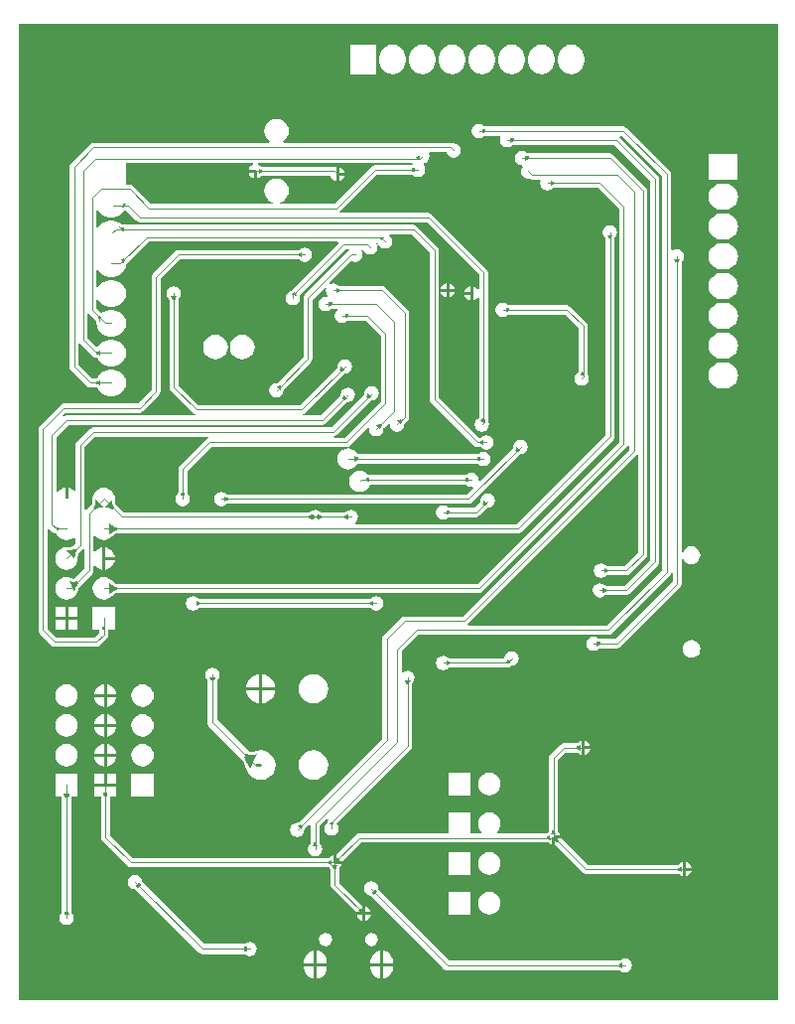
<source format=gbl>
G04 Layer_Physical_Order=2*
G04 Layer_Color=16711680*
%FSLAX25Y25*%
%MOIN*%
G70*
G01*
G75*
G36*
X384500Y153500D02*
X130000D01*
Y481000D01*
X384500D01*
Y153500D01*
D02*
G37*
%LPC*%
G36*
X249847Y473937D02*
X241154D01*
Y464063D01*
X249847D01*
Y473937D01*
D02*
G37*
G36*
X315500Y473975D02*
X314365Y473825D01*
X313308Y473387D01*
X312400Y472690D01*
X311703Y471782D01*
X311265Y470725D01*
X311116Y469591D01*
Y468409D01*
X311265Y467275D01*
X311703Y466218D01*
X312400Y465309D01*
X313308Y464613D01*
X314365Y464175D01*
X315500Y464025D01*
X316635Y464175D01*
X317692Y464613D01*
X318600Y465309D01*
X319297Y466218D01*
X319735Y467275D01*
X319884Y468409D01*
Y469591D01*
X319735Y470725D01*
X319297Y471782D01*
X318600Y472690D01*
X317692Y473387D01*
X316635Y473825D01*
X315500Y473975D01*
D02*
G37*
G36*
X305500D02*
X304365Y473825D01*
X303308Y473387D01*
X302400Y472690D01*
X301703Y471782D01*
X301265Y470725D01*
X301116Y469591D01*
Y468409D01*
X301265Y467275D01*
X301703Y466218D01*
X302400Y465309D01*
X303308Y464613D01*
X304365Y464175D01*
X305500Y464025D01*
X306635Y464175D01*
X307692Y464613D01*
X308600Y465309D01*
X309297Y466218D01*
X309735Y467275D01*
X309884Y468409D01*
Y469591D01*
X309735Y470725D01*
X309297Y471782D01*
X308600Y472690D01*
X307692Y473387D01*
X306635Y473825D01*
X305500Y473975D01*
D02*
G37*
G36*
X295500D02*
X294365Y473825D01*
X293308Y473387D01*
X292400Y472690D01*
X291703Y471782D01*
X291265Y470725D01*
X291116Y469591D01*
Y468409D01*
X291265Y467275D01*
X291703Y466218D01*
X292400Y465309D01*
X293308Y464613D01*
X294365Y464175D01*
X295500Y464025D01*
X296635Y464175D01*
X297692Y464613D01*
X298600Y465309D01*
X299297Y466218D01*
X299735Y467275D01*
X299884Y468409D01*
Y469591D01*
X299735Y470725D01*
X299297Y471782D01*
X298600Y472690D01*
X297692Y473387D01*
X296635Y473825D01*
X295500Y473975D01*
D02*
G37*
G36*
X285500D02*
X284365Y473825D01*
X283308Y473387D01*
X282400Y472690D01*
X281703Y471782D01*
X281265Y470725D01*
X281116Y469591D01*
Y468409D01*
X281265Y467275D01*
X281703Y466218D01*
X282400Y465309D01*
X283308Y464613D01*
X284365Y464175D01*
X285500Y464025D01*
X286635Y464175D01*
X287692Y464613D01*
X288600Y465309D01*
X289297Y466218D01*
X289735Y467275D01*
X289884Y468409D01*
Y469591D01*
X289735Y470725D01*
X289297Y471782D01*
X288600Y472690D01*
X287692Y473387D01*
X286635Y473825D01*
X285500Y473975D01*
D02*
G37*
G36*
X275500D02*
X274365Y473825D01*
X273308Y473387D01*
X272400Y472690D01*
X271703Y471782D01*
X271265Y470725D01*
X271116Y469591D01*
Y468409D01*
X271265Y467275D01*
X271703Y466218D01*
X272400Y465309D01*
X273308Y464613D01*
X274365Y464175D01*
X275500Y464025D01*
X276635Y464175D01*
X277692Y464613D01*
X278600Y465309D01*
X279297Y466218D01*
X279735Y467275D01*
X279884Y468409D01*
Y469591D01*
X279735Y470725D01*
X279297Y471782D01*
X278600Y472690D01*
X277692Y473387D01*
X276635Y473825D01*
X275500Y473975D01*
D02*
G37*
G36*
X265500D02*
X264365Y473825D01*
X263308Y473387D01*
X262400Y472690D01*
X261703Y471782D01*
X261265Y470725D01*
X261116Y469591D01*
Y468409D01*
X261265Y467275D01*
X261703Y466218D01*
X262400Y465309D01*
X263308Y464613D01*
X264365Y464175D01*
X265500Y464025D01*
X266635Y464175D01*
X267692Y464613D01*
X268600Y465309D01*
X269297Y466218D01*
X269735Y467275D01*
X269884Y468409D01*
Y469591D01*
X269735Y470725D01*
X269297Y471782D01*
X268600Y472690D01*
X267692Y473387D01*
X266635Y473825D01*
X265500Y473975D01*
D02*
G37*
G36*
X255500D02*
X254365Y473825D01*
X253308Y473387D01*
X252400Y472690D01*
X251703Y471782D01*
X251265Y470725D01*
X251116Y469591D01*
Y468409D01*
X251265Y467275D01*
X251703Y466218D01*
X252400Y465309D01*
X253308Y464613D01*
X254365Y464175D01*
X255500Y464025D01*
X256635Y464175D01*
X257692Y464613D01*
X258600Y465309D01*
X259297Y466218D01*
X259735Y467275D01*
X259884Y468409D01*
Y469591D01*
X259735Y470725D01*
X259297Y471782D01*
X258600Y472690D01*
X257692Y473387D01*
X256635Y473825D01*
X255500Y473975D01*
D02*
G37*
G36*
X216500Y449135D02*
X215430Y448994D01*
X214432Y448581D01*
X213576Y447924D01*
X212919Y447068D01*
X212506Y446070D01*
X212365Y445000D01*
X212506Y443930D01*
X212919Y442932D01*
X213576Y442076D01*
X214288Y441529D01*
X214118Y441029D01*
X155000D01*
X154415Y440913D01*
X153919Y440581D01*
X147419Y434081D01*
X147087Y433585D01*
X146971Y433000D01*
Y366000D01*
X147087Y365415D01*
X147419Y364919D01*
X152919Y359419D01*
X153415Y359087D01*
X154000Y358971D01*
X156338D01*
X156613Y358308D01*
X157309Y357400D01*
X158218Y356703D01*
X159275Y356265D01*
X160409Y356116D01*
X161591D01*
X162725Y356265D01*
X163783Y356703D01*
X164690Y357400D01*
X165387Y358308D01*
X165825Y359365D01*
X165974Y360500D01*
X165825Y361635D01*
X165387Y362692D01*
X164690Y363600D01*
X163783Y364297D01*
X162725Y364735D01*
X161591Y364884D01*
X160409D01*
X159275Y364735D01*
X158218Y364297D01*
X157309Y363600D01*
X156613Y362692D01*
X156338Y362029D01*
X154633D01*
X150029Y366634D01*
Y373623D01*
X150092Y373671D01*
X150529Y373808D01*
X154919Y369419D01*
X155415Y369087D01*
X156000Y368971D01*
X156338D01*
X156613Y368308D01*
X157309Y367400D01*
X158218Y366703D01*
X159275Y366265D01*
X160409Y366116D01*
X161591D01*
X162725Y366265D01*
X163783Y366703D01*
X164690Y367400D01*
X165387Y368308D01*
X165825Y369365D01*
X165974Y370500D01*
X165825Y371635D01*
X165387Y372692D01*
X164690Y373600D01*
X163783Y374297D01*
X162725Y374735D01*
X161591Y374884D01*
X160409D01*
X159275Y374735D01*
X158218Y374297D01*
X157309Y373600D01*
X156641Y372729D01*
X156511Y372637D01*
X156107Y372556D01*
X153029Y375634D01*
Y383623D01*
X153092Y383671D01*
X153529Y383808D01*
X155984Y381353D01*
X156027Y381303D01*
X156095Y381214D01*
X156115Y381182D01*
X156026Y380500D01*
X156175Y379365D01*
X156613Y378308D01*
X157309Y377400D01*
X158218Y376703D01*
X159275Y376265D01*
X160409Y376116D01*
X161591D01*
X162725Y376265D01*
X163783Y376703D01*
X164690Y377400D01*
X165387Y378308D01*
X165825Y379365D01*
X165974Y380500D01*
X165825Y381635D01*
X165387Y382692D01*
X164690Y383600D01*
X163783Y384297D01*
X162725Y384735D01*
X161591Y384884D01*
X160409D01*
X159275Y384735D01*
X158218Y384297D01*
X157736Y383927D01*
X156029Y385633D01*
Y388410D01*
X156529Y388509D01*
X156613Y388308D01*
X157309Y387400D01*
X158218Y386703D01*
X159275Y386265D01*
X160409Y386116D01*
X161591D01*
X162725Y386265D01*
X163783Y386703D01*
X164690Y387400D01*
X165387Y388308D01*
X165825Y389365D01*
X165974Y390500D01*
X165825Y391635D01*
X165387Y392692D01*
X164690Y393600D01*
X163783Y394297D01*
X162725Y394735D01*
X161591Y394884D01*
X160409D01*
X159275Y394735D01*
X158218Y394297D01*
X157309Y393600D01*
X156613Y392692D01*
X156529Y392491D01*
X156029Y392590D01*
Y398410D01*
X156529Y398509D01*
X156613Y398308D01*
X157309Y397400D01*
X158218Y396703D01*
X159275Y396265D01*
X160409Y396116D01*
X161591D01*
X162725Y396265D01*
X163783Y396703D01*
X164690Y397400D01*
X165387Y398308D01*
X165825Y399365D01*
X165934Y400195D01*
X165954Y400229D01*
X166010Y400311D01*
X166184Y400522D01*
X173533Y407871D01*
X237054D01*
X237246Y407409D01*
X221271Y391434D01*
X221054Y391255D01*
X221036Y391243D01*
X220986Y391209D01*
X220918Y391165D01*
X220875Y391142D01*
X220872Y391140D01*
X220869Y391139D01*
X220825Y391101D01*
X220270Y390730D01*
X219739Y389936D01*
X219553Y389000D01*
X219739Y388064D01*
X220270Y387270D01*
X221064Y386739D01*
X222000Y386553D01*
X222936Y386739D01*
X223730Y387270D01*
X224261Y388064D01*
X224447Y389000D01*
X224261Y389936D01*
X224196Y390033D01*
X239633Y405471D01*
X240829D01*
X240860Y405412D01*
X240915Y404913D01*
X240419Y404581D01*
X225919Y390081D01*
X225587Y389585D01*
X225471Y389000D01*
Y369133D01*
X216855Y360518D01*
X216823Y360496D01*
X216786Y360475D01*
X216751Y360459D01*
X216714Y360445D01*
X216674Y360435D01*
X216631Y360427D01*
X216612Y360425D01*
X216500Y360447D01*
X215564Y360261D01*
X214770Y359730D01*
X214239Y358936D01*
X214053Y358000D01*
X214239Y357064D01*
X214770Y356270D01*
X215564Y355739D01*
X216500Y355553D01*
X217436Y355739D01*
X218230Y356270D01*
X218761Y357064D01*
X218947Y358000D01*
X218925Y358112D01*
X218927Y358131D01*
X218935Y358174D01*
X218946Y358214D01*
X218959Y358250D01*
X218975Y358286D01*
X218996Y358323D01*
X219018Y358355D01*
X228081Y367419D01*
X228413Y367915D01*
X228529Y368500D01*
Y388367D01*
X232810Y392647D01*
X233006Y392551D01*
X233223Y392353D01*
X233053Y391500D01*
X233239Y390564D01*
X233744Y389809D01*
X233698Y389656D01*
X233502Y389347D01*
X233000Y389447D01*
X232064Y389261D01*
X231270Y388730D01*
X230739Y387936D01*
X230553Y387000D01*
X230739Y386064D01*
X231270Y385270D01*
X232064Y384739D01*
X233000Y384553D01*
X233936Y384739D01*
X234730Y385270D01*
X234793Y385364D01*
X234808Y385376D01*
X234845Y385402D01*
X234880Y385422D01*
X234916Y385438D01*
X234953Y385452D01*
X234993Y385463D01*
X235031Y385471D01*
X236978D01*
X237129Y384971D01*
X236770Y384730D01*
X236239Y383936D01*
X236053Y383000D01*
X236239Y382064D01*
X236770Y381270D01*
X237564Y380739D01*
X238500Y380553D01*
X239436Y380739D01*
X240230Y381270D01*
X240294Y381364D01*
X240308Y381376D01*
X240345Y381402D01*
X240380Y381422D01*
X240416Y381438D01*
X240453Y381452D01*
X240493Y381463D01*
X240531Y381471D01*
X246367D01*
X251471Y376366D01*
Y354134D01*
X239367Y342029D01*
X235845D01*
X235795Y342529D01*
X236085Y342587D01*
X236581Y342919D01*
X248145Y354483D01*
X248178Y354504D01*
X248214Y354525D01*
X248250Y354541D01*
X248286Y354555D01*
X248326Y354565D01*
X248370Y354573D01*
X248388Y354575D01*
X248500Y354553D01*
X249436Y354739D01*
X250230Y355270D01*
X250761Y356064D01*
X250947Y357000D01*
X250761Y357936D01*
X250230Y358730D01*
X249436Y359261D01*
X248500Y359447D01*
X247564Y359261D01*
X246770Y358730D01*
X246239Y357936D01*
X246053Y357000D01*
X246075Y356888D01*
X246073Y356870D01*
X246065Y356826D01*
X246055Y356786D01*
X246041Y356750D01*
X246025Y356714D01*
X246004Y356678D01*
X245983Y356645D01*
X234866Y345529D01*
X155000D01*
X154415Y345413D01*
X153919Y345081D01*
X149419Y340581D01*
X149087Y340085D01*
X148971Y339500D01*
Y324585D01*
X148471Y324339D01*
X147894Y324781D01*
X146981Y325159D01*
X146500Y325222D01*
Y321500D01*
X145500D01*
Y325222D01*
X145019Y325159D01*
X144106Y324781D01*
X143321Y324179D01*
X143029Y323798D01*
X142529Y323968D01*
Y342367D01*
X146634Y346471D01*
X232000D01*
X232585Y346587D01*
X233081Y346919D01*
X240145Y353982D01*
X240177Y354004D01*
X240214Y354025D01*
X240249Y354041D01*
X240286Y354054D01*
X240326Y354065D01*
X240370Y354073D01*
X240388Y354075D01*
X240500Y354053D01*
X241436Y354239D01*
X242230Y354770D01*
X242761Y355564D01*
X242947Y356500D01*
X242761Y357436D01*
X242230Y358230D01*
X241436Y358761D01*
X240500Y358947D01*
X239564Y358761D01*
X238770Y358230D01*
X238239Y357436D01*
X238053Y356500D01*
X238075Y356388D01*
X238073Y356369D01*
X238065Y356326D01*
X238054Y356286D01*
X238041Y356249D01*
X238025Y356214D01*
X238004Y356177D01*
X237983Y356145D01*
X231366Y349529D01*
X225345D01*
X225295Y350029D01*
X225585Y350087D01*
X226081Y350419D01*
X239145Y363482D01*
X239177Y363504D01*
X239214Y363525D01*
X239249Y363541D01*
X239286Y363555D01*
X239326Y363565D01*
X239370Y363573D01*
X239388Y363575D01*
X239500Y363553D01*
X240436Y363739D01*
X241230Y364270D01*
X241761Y365064D01*
X241947Y366000D01*
X241761Y366936D01*
X241230Y367730D01*
X240436Y368261D01*
X239500Y368447D01*
X238564Y368261D01*
X237770Y367730D01*
X237239Y366936D01*
X237053Y366000D01*
X237075Y365888D01*
X237073Y365869D01*
X237065Y365826D01*
X237054Y365786D01*
X237041Y365750D01*
X237025Y365714D01*
X237004Y365677D01*
X236982Y365645D01*
X224366Y353029D01*
X190134D01*
X183529Y359633D01*
Y388469D01*
X183537Y388507D01*
X183548Y388547D01*
X183562Y388584D01*
X183578Y388620D01*
X183598Y388655D01*
X183624Y388692D01*
X183636Y388706D01*
X183730Y388770D01*
X184261Y389564D01*
X184447Y390500D01*
X184261Y391436D01*
X183730Y392230D01*
X182936Y392761D01*
X182000Y392947D01*
X181064Y392761D01*
X180270Y392230D01*
X179739Y391436D01*
X179553Y390500D01*
X179739Y389564D01*
X180270Y388770D01*
X180364Y388706D01*
X180376Y388692D01*
X180402Y388655D01*
X180422Y388620D01*
X180438Y388584D01*
X180452Y388547D01*
X180463Y388507D01*
X180471Y388469D01*
Y359000D01*
X180587Y358415D01*
X180919Y357919D01*
X188419Y350419D01*
X188915Y350087D01*
X189205Y350029D01*
X189155Y349529D01*
X146000D01*
X145415Y349413D01*
X145018Y349148D01*
X144699Y349536D01*
X145633Y350471D01*
X170500D01*
X171085Y350587D01*
X171581Y350919D01*
X177081Y356419D01*
X177413Y356915D01*
X177529Y357500D01*
Y395367D01*
X184134Y401971D01*
X223969D01*
X224007Y401963D01*
X224047Y401952D01*
X224084Y401938D01*
X224120Y401922D01*
X224155Y401902D01*
X224192Y401876D01*
X224206Y401864D01*
X224270Y401770D01*
X225064Y401239D01*
X226000Y401053D01*
X226936Y401239D01*
X227730Y401770D01*
X228261Y402564D01*
X228447Y403500D01*
X228261Y404436D01*
X227730Y405230D01*
X226936Y405761D01*
X226000Y405947D01*
X225064Y405761D01*
X224270Y405230D01*
X224206Y405136D01*
X224192Y405124D01*
X224155Y405098D01*
X224120Y405078D01*
X224084Y405061D01*
X224047Y405048D01*
X224007Y405037D01*
X223969Y405029D01*
X183500D01*
X182915Y404913D01*
X182419Y404581D01*
X174919Y397081D01*
X174587Y396585D01*
X174471Y396000D01*
Y358134D01*
X169867Y353529D01*
X145000D01*
X144415Y353413D01*
X143919Y353081D01*
X136919Y346081D01*
X136587Y345585D01*
X136471Y345000D01*
Y277500D01*
X136587Y276915D01*
X136919Y276419D01*
X140919Y272419D01*
X141415Y272087D01*
X142000Y271971D01*
X156000D01*
X156585Y272087D01*
X157081Y272419D01*
X159581Y274919D01*
X159913Y275415D01*
X160029Y276000D01*
Y277744D01*
X162256D01*
Y285256D01*
X154744D01*
Y277744D01*
X156971D01*
Y276634D01*
X155367Y275029D01*
X142633D01*
X139529Y278134D01*
Y311623D01*
X139592Y311671D01*
X140029Y311808D01*
X141419Y310419D01*
X141915Y310087D01*
X142500Y309971D01*
X142568D01*
X142719Y309606D01*
X143321Y308821D01*
X144106Y308219D01*
X145019Y307841D01*
X146000Y307712D01*
X146981Y307841D01*
X147894Y308219D01*
X148471Y308662D01*
X148971Y308415D01*
Y306633D01*
X147949Y305612D01*
X147885Y305569D01*
X147776Y305514D01*
X147633Y305458D01*
X147453Y305405D01*
X147237Y305359D01*
X146999Y305323D01*
X146374Y305278D01*
X146094Y305276D01*
X146000Y305288D01*
X145019Y305159D01*
X144106Y304781D01*
X143321Y304179D01*
X142719Y303394D01*
X142341Y302481D01*
X142212Y301500D01*
X142341Y300519D01*
X142719Y299606D01*
X143321Y298821D01*
X144106Y298219D01*
X145019Y297841D01*
X146000Y297712D01*
X146981Y297841D01*
X147894Y298219D01*
X148679Y298821D01*
X149281Y299606D01*
X149659Y300519D01*
X149788Y301500D01*
X149777Y301584D01*
X149795Y302213D01*
X149821Y302487D01*
X149859Y302737D01*
X149905Y302953D01*
X149958Y303133D01*
X150014Y303276D01*
X150069Y303384D01*
X150112Y303449D01*
X151471Y304808D01*
X151908Y304671D01*
X151971Y304623D01*
Y298133D01*
X148683Y294846D01*
X148632Y294813D01*
X148570Y294786D01*
X148497Y294766D01*
X148402Y294753D01*
X148279Y294754D01*
X148126Y294771D01*
X147942Y294811D01*
X147728Y294877D01*
X147457Y294983D01*
X147369Y294998D01*
X146981Y295159D01*
X146000Y295288D01*
X145019Y295159D01*
X144106Y294781D01*
X143321Y294179D01*
X142719Y293394D01*
X142341Y292480D01*
X142212Y291500D01*
X142341Y290519D01*
X142719Y289606D01*
X143321Y288821D01*
X144106Y288219D01*
X145019Y287841D01*
X146000Y287712D01*
X146981Y287841D01*
X147894Y288219D01*
X148679Y288821D01*
X149281Y289606D01*
X149440Y289990D01*
X149495Y290072D01*
X149495Y290073D01*
X149495Y290073D01*
X149844Y290910D01*
X150273Y291856D01*
X150488Y292268D01*
X150560Y292387D01*
X150583Y292420D01*
X154581Y296419D01*
X154913Y296915D01*
X155029Y297500D01*
Y299032D01*
X155529Y299202D01*
X155821Y298821D01*
X156606Y298219D01*
X157519Y297841D01*
X158000Y297778D01*
Y301500D01*
Y305223D01*
X157519Y305159D01*
X156606Y304781D01*
X155821Y304179D01*
X155529Y303798D01*
X155029Y303968D01*
Y309032D01*
X155529Y309202D01*
X155821Y308821D01*
X156606Y308219D01*
X157519Y307841D01*
X158500Y307712D01*
X159481Y307841D01*
X160394Y308219D01*
X161179Y308821D01*
X161230Y308888D01*
X161688Y309321D01*
X161900Y309496D01*
X162103Y309646D01*
X162289Y309766D01*
X162453Y309856D01*
X162594Y309918D01*
X162710Y309955D01*
X162785Y309971D01*
X297500D01*
X298085Y310087D01*
X298581Y310419D01*
X329581Y341419D01*
X329913Y341915D01*
X330029Y342500D01*
Y408969D01*
X330037Y409007D01*
X330048Y409047D01*
X330062Y409084D01*
X330078Y409120D01*
X330098Y409155D01*
X330124Y409192D01*
X330136Y409206D01*
X330230Y409270D01*
X330761Y410064D01*
X330947Y411000D01*
X330761Y411936D01*
X330230Y412730D01*
X329436Y413261D01*
X328500Y413447D01*
X327564Y413261D01*
X326770Y412730D01*
X326239Y411936D01*
X326053Y411000D01*
X326239Y410064D01*
X326770Y409270D01*
X326864Y409206D01*
X326876Y409192D01*
X326902Y409155D01*
X326922Y409120D01*
X326939Y409084D01*
X326952Y409047D01*
X326963Y409007D01*
X326971Y408969D01*
Y343133D01*
X296866Y313029D01*
X243022D01*
X242871Y313529D01*
X243230Y313770D01*
X243761Y314564D01*
X243947Y315500D01*
X243761Y316436D01*
X243230Y317230D01*
X242436Y317761D01*
X241500Y317947D01*
X240564Y317761D01*
X239770Y317230D01*
X239706Y317136D01*
X239692Y317124D01*
X239655Y317098D01*
X239620Y317078D01*
X239584Y317061D01*
X239547Y317048D01*
X239507Y317037D01*
X239469Y317029D01*
X231531D01*
X231493Y317037D01*
X231453Y317048D01*
X231416Y317061D01*
X231380Y317078D01*
X231345Y317098D01*
X231308Y317124D01*
X231294Y317136D01*
X231230Y317230D01*
X230436Y317761D01*
X229500Y317947D01*
X228564Y317761D01*
X227770Y317230D01*
X227707Y317136D01*
X227692Y317124D01*
X227655Y317098D01*
X227620Y317078D01*
X227584Y317061D01*
X227547Y317048D01*
X227507Y317037D01*
X227469Y317029D01*
X165134D01*
X162612Y319551D01*
X162569Y319615D01*
X162514Y319724D01*
X162458Y319867D01*
X162405Y320047D01*
X162359Y320263D01*
X162323Y320501D01*
X162278Y321126D01*
X162276Y321406D01*
X162288Y321500D01*
X162159Y322481D01*
X161781Y323394D01*
X161179Y324179D01*
X160394Y324781D01*
X159481Y325159D01*
X158500Y325288D01*
X157519Y325159D01*
X156606Y324781D01*
X155821Y324179D01*
X155219Y323394D01*
X154841Y322481D01*
X154712Y321500D01*
X154723Y321416D01*
X154705Y320787D01*
X154679Y320513D01*
X154641Y320263D01*
X154595Y320047D01*
X154542Y319867D01*
X154486Y319724D01*
X154431Y319616D01*
X154388Y319551D01*
X152529Y317692D01*
X152092Y317829D01*
X152029Y317877D01*
Y338866D01*
X155633Y342471D01*
X193655D01*
X193704Y341971D01*
X193415Y341913D01*
X192919Y341581D01*
X183919Y332581D01*
X183587Y332085D01*
X183471Y331500D01*
Y323531D01*
X183463Y323493D01*
X183452Y323453D01*
X183439Y323416D01*
X183422Y323380D01*
X183402Y323345D01*
X183376Y323308D01*
X183364Y323293D01*
X183270Y323230D01*
X182739Y322436D01*
X182553Y321500D01*
X182739Y320564D01*
X183270Y319770D01*
X184064Y319239D01*
X185000Y319053D01*
X185936Y319239D01*
X186730Y319770D01*
X187261Y320564D01*
X187447Y321500D01*
X187261Y322436D01*
X186730Y323230D01*
X186636Y323293D01*
X186624Y323308D01*
X186598Y323345D01*
X186578Y323380D01*
X186562Y323416D01*
X186548Y323453D01*
X186537Y323493D01*
X186529Y323531D01*
Y330867D01*
X194633Y338971D01*
X240000D01*
X240585Y339087D01*
X241081Y339419D01*
X247138Y345475D01*
X247598Y345228D01*
X247553Y345000D01*
X247739Y344064D01*
X248270Y343270D01*
X249064Y342739D01*
X250000Y342553D01*
X250936Y342739D01*
X251730Y343270D01*
X252261Y344064D01*
X252447Y345000D01*
X252425Y345112D01*
X252427Y345130D01*
X252435Y345174D01*
X252446Y345214D01*
X252459Y345251D01*
X252475Y345286D01*
X252496Y345322D01*
X252518Y345355D01*
X254138Y346975D01*
X254598Y346728D01*
X254553Y346500D01*
X254739Y345564D01*
X255270Y344770D01*
X256064Y344239D01*
X257000Y344053D01*
X257936Y344239D01*
X258730Y344770D01*
X259261Y345564D01*
X259447Y346500D01*
X259425Y346612D01*
X259427Y346631D01*
X259435Y346674D01*
X259446Y346714D01*
X259459Y346750D01*
X259475Y346786D01*
X259496Y346823D01*
X259518Y346855D01*
X260581Y347919D01*
X260913Y348415D01*
X261029Y349000D01*
Y350500D01*
Y384000D01*
X260913Y384585D01*
X260581Y385081D01*
X253081Y392581D01*
X252585Y392913D01*
X252000Y393029D01*
X237531D01*
X237493Y393037D01*
X237453Y393048D01*
X237416Y393061D01*
X237380Y393078D01*
X237345Y393098D01*
X237308Y393124D01*
X237294Y393136D01*
X237230Y393230D01*
X236436Y393761D01*
X235500Y393947D01*
X234647Y393777D01*
X234449Y393994D01*
X234353Y394190D01*
X241667Y401504D01*
X242064Y401239D01*
X243000Y401053D01*
X243936Y401239D01*
X244730Y401770D01*
X245261Y402564D01*
X245447Y403500D01*
X245261Y404436D01*
X244904Y404971D01*
X245171Y405471D01*
X245658D01*
X245739Y405064D01*
X246270Y404270D01*
X247064Y403739D01*
X248000Y403553D01*
X248936Y403739D01*
X249730Y404270D01*
X250261Y405064D01*
X250447Y406000D01*
X250261Y406936D01*
X250130Y407132D01*
X250422Y407595D01*
X250640Y407562D01*
X250739Y407064D01*
X251270Y406270D01*
X252064Y405739D01*
X253000Y405553D01*
X253936Y405739D01*
X254730Y406270D01*
X255261Y407064D01*
X255447Y408000D01*
X255261Y408936D01*
X254730Y409730D01*
X254371Y409971D01*
X254522Y410471D01*
X261866D01*
X267971Y404366D01*
Y355000D01*
X268087Y354415D01*
X268419Y353919D01*
X282919Y339419D01*
X283415Y339087D01*
X284000Y338971D01*
X284969D01*
X285007Y338963D01*
X285047Y338952D01*
X285084Y338938D01*
X285120Y338922D01*
X285155Y338902D01*
X285192Y338876D01*
X285207Y338864D01*
X285270Y338770D01*
X286064Y338239D01*
X287000Y338053D01*
X287936Y338239D01*
X288730Y338770D01*
X289261Y339564D01*
X289447Y340500D01*
X289261Y341436D01*
X288730Y342230D01*
X287936Y342761D01*
X287000Y342947D01*
X286064Y342761D01*
X285270Y342230D01*
X285207Y342136D01*
X285192Y342124D01*
X285155Y342098D01*
X285120Y342078D01*
X285084Y342061D01*
X285047Y342048D01*
X285007Y342037D01*
X284969Y342029D01*
X284633D01*
X271029Y355633D01*
Y405000D01*
X270913Y405585D01*
X270581Y406081D01*
X263581Y413081D01*
X263085Y413413D01*
X262500Y413529D01*
X164996D01*
X164919Y413535D01*
X164788Y413551D01*
X164717Y413565D01*
X164690Y413600D01*
X163783Y414297D01*
X162725Y414735D01*
X161591Y414884D01*
X160409D01*
X159275Y414735D01*
X158218Y414297D01*
X157309Y413600D01*
X156613Y412692D01*
X156529Y412491D01*
X156029Y412590D01*
Y418410D01*
X156529Y418509D01*
X156613Y418308D01*
X157309Y417400D01*
X158218Y416703D01*
X159275Y416265D01*
X160409Y416116D01*
X161591D01*
X162725Y416265D01*
X163783Y416703D01*
X164690Y417400D01*
X165387Y418308D01*
X165410Y418364D01*
X165913Y418424D01*
X169419Y414919D01*
X169915Y414587D01*
X170500Y414471D01*
X266866D01*
X284471Y396866D01*
Y392022D01*
X283971Y391871D01*
X283730Y392230D01*
X282936Y392761D01*
X282500Y392848D01*
Y390500D01*
Y388152D01*
X282936Y388239D01*
X283730Y388770D01*
X283971Y389129D01*
X284471Y388978D01*
Y348699D01*
X283770Y348230D01*
X283239Y347436D01*
X283053Y346500D01*
X283239Y345564D01*
X283770Y344770D01*
X284564Y344239D01*
X285500Y344053D01*
X286436Y344239D01*
X287230Y344770D01*
X287761Y345564D01*
X287947Y346500D01*
X287761Y347436D01*
X287676Y347564D01*
X287669Y347580D01*
X287604Y347760D01*
X287587Y347819D01*
X287546Y348001D01*
X287538Y348060D01*
X287529Y348154D01*
Y397500D01*
X287413Y398085D01*
X287081Y398581D01*
X268581Y417081D01*
X268085Y417413D01*
X267500Y417529D01*
X237877D01*
X237829Y417592D01*
X237692Y418029D01*
X250133Y430471D01*
X261969D01*
X262007Y430463D01*
X262047Y430452D01*
X262084Y430439D01*
X262120Y430422D01*
X262155Y430402D01*
X262192Y430376D01*
X262207Y430364D01*
X262270Y430270D01*
X263064Y429739D01*
X264000Y429553D01*
X264936Y429739D01*
X265730Y430270D01*
X266261Y431064D01*
X266447Y432000D01*
X266261Y432936D01*
X265814Y433606D01*
X265917Y434023D01*
X265999Y434152D01*
X266436Y434239D01*
X267230Y434770D01*
X267761Y435564D01*
X267947Y436500D01*
X267761Y437436D01*
X267699Y437530D01*
X267934Y437971D01*
X273658D01*
X273739Y437564D01*
X274270Y436770D01*
X275064Y436239D01*
X276000Y436053D01*
X276936Y436239D01*
X277730Y436770D01*
X278261Y437564D01*
X278447Y438500D01*
X278261Y439436D01*
X277730Y440230D01*
X276936Y440761D01*
X276000Y440947D01*
X275641Y440876D01*
X275585Y440913D01*
X275000Y441029D01*
X218882D01*
X218712Y441529D01*
X219424Y442076D01*
X220081Y442932D01*
X220495Y443930D01*
X220635Y445000D01*
X220495Y446070D01*
X220081Y447068D01*
X219424Y447924D01*
X218568Y448581D01*
X217570Y448994D01*
X216500Y449135D01*
D02*
G37*
G36*
X371437Y437347D02*
X361563D01*
Y428653D01*
X371437D01*
Y437347D01*
D02*
G37*
G36*
X367091Y427384D02*
X365909D01*
X364775Y427235D01*
X363718Y426797D01*
X362809Y426100D01*
X362113Y425192D01*
X361675Y424135D01*
X361526Y423000D01*
X361675Y421865D01*
X362113Y420808D01*
X362809Y419900D01*
X363718Y419203D01*
X364775Y418765D01*
X365909Y418616D01*
X367091D01*
X368225Y418765D01*
X369283Y419203D01*
X370191Y419900D01*
X370887Y420808D01*
X371325Y421865D01*
X371475Y423000D01*
X371325Y424135D01*
X370887Y425192D01*
X370191Y426100D01*
X369283Y426797D01*
X368225Y427235D01*
X367091Y427384D01*
D02*
G37*
G36*
Y417384D02*
X365909D01*
X364775Y417235D01*
X363718Y416797D01*
X362809Y416100D01*
X362113Y415192D01*
X361675Y414135D01*
X361526Y413000D01*
X361675Y411865D01*
X362113Y410808D01*
X362809Y409900D01*
X363718Y409203D01*
X364775Y408765D01*
X365909Y408616D01*
X367091D01*
X368225Y408765D01*
X369283Y409203D01*
X370191Y409900D01*
X370887Y410808D01*
X371325Y411865D01*
X371475Y413000D01*
X371325Y414135D01*
X370887Y415192D01*
X370191Y416100D01*
X369283Y416797D01*
X368225Y417235D01*
X367091Y417384D01*
D02*
G37*
G36*
Y407384D02*
X365909D01*
X364775Y407235D01*
X363718Y406797D01*
X362809Y406100D01*
X362113Y405192D01*
X361675Y404135D01*
X361526Y403000D01*
X361675Y401865D01*
X362113Y400808D01*
X362809Y399900D01*
X363718Y399203D01*
X364775Y398765D01*
X365909Y398616D01*
X367091D01*
X368225Y398765D01*
X369283Y399203D01*
X370191Y399900D01*
X370887Y400808D01*
X371325Y401865D01*
X371475Y403000D01*
X371325Y404135D01*
X370887Y405192D01*
X370191Y406100D01*
X369283Y406797D01*
X368225Y407235D01*
X367091Y407384D01*
D02*
G37*
G36*
X274500Y393848D02*
Y392000D01*
X276348D01*
X276261Y392436D01*
X275730Y393230D01*
X274936Y393761D01*
X274500Y393848D01*
D02*
G37*
G36*
X273500D02*
X273064Y393761D01*
X272270Y393230D01*
X271739Y392436D01*
X271652Y392000D01*
X273500D01*
Y393848D01*
D02*
G37*
G36*
X281500Y392848D02*
X281064Y392761D01*
X280270Y392230D01*
X279739Y391436D01*
X279652Y391000D01*
X281500D01*
Y392848D01*
D02*
G37*
G36*
X276348Y391000D02*
X274500D01*
Y389152D01*
X274936Y389239D01*
X275730Y389770D01*
X276261Y390564D01*
X276348Y391000D01*
D02*
G37*
G36*
X273500D02*
X271652D01*
X271739Y390564D01*
X272270Y389770D01*
X273064Y389239D01*
X273500Y389152D01*
Y391000D01*
D02*
G37*
G36*
X367091Y397384D02*
X365909D01*
X364775Y397235D01*
X363718Y396797D01*
X362809Y396100D01*
X362113Y395192D01*
X361675Y394135D01*
X361526Y393000D01*
X361675Y391865D01*
X362113Y390808D01*
X362809Y389900D01*
X363718Y389203D01*
X364775Y388765D01*
X365909Y388616D01*
X367091D01*
X368225Y388765D01*
X369283Y389203D01*
X370191Y389900D01*
X370887Y390808D01*
X371325Y391865D01*
X371475Y393000D01*
X371325Y394135D01*
X370887Y395192D01*
X370191Y396100D01*
X369283Y396797D01*
X368225Y397235D01*
X367091Y397384D01*
D02*
G37*
G36*
X281500Y390000D02*
X279652D01*
X279739Y389564D01*
X280270Y388770D01*
X281064Y388239D01*
X281500Y388152D01*
Y390000D01*
D02*
G37*
G36*
X367091Y387384D02*
X365909D01*
X364775Y387235D01*
X363718Y386797D01*
X362809Y386100D01*
X362113Y385192D01*
X361675Y384135D01*
X361526Y383000D01*
X361675Y381865D01*
X362113Y380808D01*
X362809Y379900D01*
X363718Y379203D01*
X364775Y378765D01*
X365909Y378616D01*
X367091D01*
X368225Y378765D01*
X369283Y379203D01*
X370191Y379900D01*
X370887Y380808D01*
X371325Y381865D01*
X371475Y383000D01*
X371325Y384135D01*
X370887Y385192D01*
X370191Y386100D01*
X369283Y386797D01*
X368225Y387235D01*
X367091Y387384D01*
D02*
G37*
G36*
Y377384D02*
X365909D01*
X364775Y377235D01*
X363718Y376797D01*
X362809Y376100D01*
X362113Y375192D01*
X361675Y374135D01*
X361526Y373000D01*
X361675Y371865D01*
X362113Y370808D01*
X362809Y369900D01*
X363718Y369203D01*
X364775Y368765D01*
X365909Y368616D01*
X367091D01*
X368225Y368765D01*
X369283Y369203D01*
X370191Y369900D01*
X370887Y370808D01*
X371325Y371865D01*
X371475Y373000D01*
X371325Y374135D01*
X370887Y375192D01*
X370191Y376100D01*
X369283Y376797D01*
X368225Y377235D01*
X367091Y377384D01*
D02*
G37*
G36*
X205000Y376635D02*
X203930Y376495D01*
X202932Y376081D01*
X202076Y375424D01*
X201419Y374568D01*
X201006Y373570D01*
X200865Y372500D01*
X201006Y371430D01*
X201419Y370432D01*
X202076Y369576D01*
X202932Y368919D01*
X203930Y368506D01*
X205000Y368365D01*
X206070Y368506D01*
X207068Y368919D01*
X207924Y369576D01*
X208581Y370432D01*
X208995Y371430D01*
X209135Y372500D01*
X208995Y373570D01*
X208581Y374568D01*
X207924Y375424D01*
X207068Y376081D01*
X206070Y376495D01*
X205000Y376635D01*
D02*
G37*
G36*
X196000D02*
X194930Y376495D01*
X193932Y376081D01*
X193076Y375424D01*
X192419Y374568D01*
X192006Y373570D01*
X191865Y372500D01*
X192006Y371430D01*
X192419Y370432D01*
X193076Y369576D01*
X193932Y368919D01*
X194930Y368506D01*
X196000Y368365D01*
X197070Y368506D01*
X198068Y368919D01*
X198924Y369576D01*
X199581Y370432D01*
X199995Y371430D01*
X200135Y372500D01*
X199995Y373570D01*
X199581Y374568D01*
X198924Y375424D01*
X198068Y376081D01*
X197070Y376495D01*
X196000Y376635D01*
D02*
G37*
G36*
X292500Y387447D02*
X291564Y387261D01*
X290770Y386730D01*
X290239Y385936D01*
X290053Y385000D01*
X290239Y384064D01*
X290770Y383270D01*
X291564Y382739D01*
X292500Y382553D01*
X293436Y382739D01*
X294230Y383270D01*
X294293Y383364D01*
X294308Y383376D01*
X294345Y383402D01*
X294380Y383422D01*
X294416Y383438D01*
X294453Y383452D01*
X294493Y383463D01*
X294531Y383471D01*
X313367D01*
X317971Y378867D01*
Y364199D01*
X317270Y363730D01*
X316739Y362936D01*
X316553Y362000D01*
X316739Y361064D01*
X317270Y360270D01*
X318064Y359739D01*
X319000Y359553D01*
X319936Y359739D01*
X320730Y360270D01*
X321261Y361064D01*
X321447Y362000D01*
X321261Y362936D01*
X321176Y363064D01*
X321169Y363080D01*
X321104Y363260D01*
X321087Y363319D01*
X321046Y363500D01*
X321038Y363560D01*
X321029Y363654D01*
Y379500D01*
X320913Y380085D01*
X320581Y380581D01*
X315081Y386081D01*
X314585Y386413D01*
X314000Y386529D01*
X294531D01*
X294493Y386537D01*
X294453Y386548D01*
X294416Y386561D01*
X294380Y386578D01*
X294345Y386598D01*
X294308Y386624D01*
X294293Y386636D01*
X294230Y386730D01*
X293436Y387261D01*
X292500Y387447D01*
D02*
G37*
G36*
X367091Y367384D02*
X365909D01*
X364775Y367235D01*
X363718Y366797D01*
X362809Y366100D01*
X362113Y365192D01*
X361675Y364135D01*
X361526Y363000D01*
X361675Y361865D01*
X362113Y360808D01*
X362809Y359900D01*
X363718Y359203D01*
X364775Y358765D01*
X365909Y358616D01*
X367091D01*
X368225Y358765D01*
X369283Y359203D01*
X370191Y359900D01*
X370887Y360808D01*
X371325Y361865D01*
X371475Y363000D01*
X371325Y364135D01*
X370887Y365192D01*
X370191Y366100D01*
X369283Y366797D01*
X368225Y367235D01*
X367091Y367384D01*
D02*
G37*
G36*
X298500Y341447D02*
X297564Y341261D01*
X296770Y340730D01*
X296239Y339936D01*
X296053Y339000D01*
X296075Y338888D01*
X296073Y338870D01*
X296065Y338826D01*
X296055Y338786D01*
X296041Y338750D01*
X296025Y338714D01*
X296004Y338678D01*
X295983Y338645D01*
X284862Y327525D01*
X284402Y327772D01*
X284447Y328000D01*
X284261Y328936D01*
X283730Y329730D01*
X282936Y330261D01*
X282000Y330447D01*
X281064Y330261D01*
X280270Y329730D01*
X280206Y329636D01*
X280192Y329624D01*
X280155Y329598D01*
X280120Y329578D01*
X280084Y329561D01*
X280047Y329548D01*
X280007Y329537D01*
X279969Y329529D01*
X247580D01*
X247552Y329532D01*
X247463Y329544D01*
X247395Y329558D01*
X247351Y329572D01*
X247340Y329576D01*
X247335Y329583D01*
X247277Y329631D01*
X246996Y329996D01*
X246265Y330557D01*
X245414Y330910D01*
X244500Y331030D01*
X243586Y330910D01*
X242735Y330557D01*
X242004Y329996D01*
X241443Y329265D01*
X241090Y328414D01*
X240970Y327500D01*
X241090Y326586D01*
X241443Y325735D01*
X242004Y325004D01*
X242735Y324443D01*
X243586Y324090D01*
X244500Y323970D01*
X245414Y324090D01*
X246265Y324443D01*
X246996Y325004D01*
X247557Y325735D01*
X247862Y326471D01*
X279969D01*
X280007Y326463D01*
X280047Y326452D01*
X280084Y326438D01*
X280120Y326422D01*
X280155Y326402D01*
X280192Y326376D01*
X280206Y326364D01*
X280270Y326270D01*
X281064Y325739D01*
X282000Y325553D01*
X282228Y325598D01*
X282475Y325138D01*
X280366Y323029D01*
X200031D01*
X199993Y323037D01*
X199953Y323048D01*
X199916Y323061D01*
X199880Y323078D01*
X199845Y323098D01*
X199808Y323124D01*
X199794Y323136D01*
X199730Y323230D01*
X198936Y323761D01*
X198000Y323947D01*
X197064Y323761D01*
X196270Y323230D01*
X195739Y322436D01*
X195553Y321500D01*
X195739Y320564D01*
X196270Y319770D01*
X197064Y319239D01*
X198000Y319053D01*
X198936Y319239D01*
X199730Y319770D01*
X199794Y319864D01*
X199808Y319876D01*
X199845Y319902D01*
X199880Y319922D01*
X199916Y319938D01*
X199953Y319952D01*
X199993Y319963D01*
X200031Y319971D01*
X281000D01*
X281585Y320087D01*
X282081Y320419D01*
X298145Y336483D01*
X298178Y336504D01*
X298214Y336525D01*
X298250Y336541D01*
X298286Y336555D01*
X298326Y336565D01*
X298370Y336573D01*
X298388Y336575D01*
X298500Y336553D01*
X299436Y336739D01*
X300230Y337270D01*
X300761Y338064D01*
X300947Y339000D01*
X300761Y339936D01*
X300230Y340730D01*
X299436Y341261D01*
X298500Y341447D01*
D02*
G37*
G36*
X240500Y338530D02*
X239586Y338410D01*
X238735Y338057D01*
X238004Y337496D01*
X237443Y336765D01*
X237090Y335914D01*
X236970Y335000D01*
X237090Y334086D01*
X237443Y333235D01*
X238004Y332504D01*
X238735Y331943D01*
X239586Y331590D01*
X240500Y331470D01*
X241414Y331590D01*
X242265Y331943D01*
X242996Y332504D01*
X243557Y333235D01*
X243648Y333453D01*
X243659Y333456D01*
X243731Y333468D01*
X243761Y333471D01*
X283969D01*
X284007Y333463D01*
X284047Y333452D01*
X284084Y333438D01*
X284120Y333422D01*
X284155Y333402D01*
X284192Y333376D01*
X284207Y333364D01*
X284270Y333270D01*
X285064Y332739D01*
X286000Y332553D01*
X286936Y332739D01*
X287730Y333270D01*
X288261Y334064D01*
X288447Y335000D01*
X288261Y335936D01*
X287730Y336730D01*
X286936Y337261D01*
X286000Y337447D01*
X285064Y337261D01*
X284270Y336730D01*
X284207Y336636D01*
X284192Y336624D01*
X284155Y336598D01*
X284120Y336578D01*
X284084Y336561D01*
X284047Y336548D01*
X284007Y336537D01*
X283969Y336529D01*
X243761D01*
X243731Y336532D01*
X243659Y336544D01*
X243648Y336547D01*
X243557Y336765D01*
X242996Y337496D01*
X242265Y338057D01*
X241414Y338410D01*
X240500Y338530D01*
D02*
G37*
G36*
X287500Y323447D02*
X286564Y323261D01*
X285770Y322730D01*
X285239Y321936D01*
X285053Y321000D01*
X285075Y320888D01*
X285073Y320869D01*
X285065Y320826D01*
X285054Y320786D01*
X285041Y320749D01*
X285025Y320714D01*
X285004Y320677D01*
X284982Y320645D01*
X282867Y318529D01*
X274531D01*
X274493Y318537D01*
X274453Y318548D01*
X274416Y318562D01*
X274380Y318578D01*
X274345Y318598D01*
X274308Y318624D01*
X274293Y318636D01*
X274230Y318730D01*
X273436Y319261D01*
X272500Y319447D01*
X271564Y319261D01*
X270770Y318730D01*
X270239Y317936D01*
X270053Y317000D01*
X270239Y316064D01*
X270770Y315270D01*
X271564Y314739D01*
X272500Y314553D01*
X273436Y314739D01*
X274230Y315270D01*
X274293Y315364D01*
X274308Y315376D01*
X274345Y315402D01*
X274380Y315422D01*
X274416Y315439D01*
X274453Y315452D01*
X274493Y315463D01*
X274531Y315471D01*
X283500D01*
X284085Y315587D01*
X284581Y315919D01*
X287145Y318482D01*
X287177Y318504D01*
X287214Y318525D01*
X287249Y318541D01*
X287286Y318554D01*
X287326Y318565D01*
X287369Y318573D01*
X287388Y318575D01*
X287500Y318553D01*
X288436Y318739D01*
X289230Y319270D01*
X289761Y320064D01*
X289947Y321000D01*
X289761Y321936D01*
X289230Y322730D01*
X288436Y323261D01*
X287500Y323447D01*
D02*
G37*
G36*
X159000Y305223D02*
Y302000D01*
X162223D01*
X162159Y302481D01*
X161781Y303394D01*
X161179Y304179D01*
X160394Y304781D01*
X159481Y305159D01*
X159000Y305223D01*
D02*
G37*
G36*
X284500Y447447D02*
X283564Y447261D01*
X282770Y446730D01*
X282239Y445936D01*
X282053Y445000D01*
X282239Y444064D01*
X282770Y443270D01*
X283564Y442739D01*
X284500Y442553D01*
X285436Y442739D01*
X286230Y443270D01*
X286294Y443364D01*
X286308Y443376D01*
X286345Y443402D01*
X286380Y443422D01*
X286416Y443438D01*
X286453Y443452D01*
X286493Y443463D01*
X286531Y443471D01*
X291566D01*
X291802Y443030D01*
X291739Y442936D01*
X291553Y442000D01*
X291739Y441064D01*
X292270Y440270D01*
X293064Y439739D01*
X294000Y439553D01*
X294936Y439739D01*
X295730Y440270D01*
X295794Y440364D01*
X295808Y440376D01*
X295845Y440402D01*
X295880Y440422D01*
X295916Y440439D01*
X295953Y440452D01*
X295993Y440463D01*
X296031Y440471D01*
X329867D01*
X341971Y428367D01*
Y301133D01*
X333243Y292405D01*
X327155D01*
X327117Y292413D01*
X327077Y292424D01*
X327040Y292438D01*
X327004Y292454D01*
X326969Y292474D01*
X326932Y292500D01*
X326918Y292512D01*
X326854Y292606D01*
X326060Y293137D01*
X325124Y293323D01*
X324188Y293137D01*
X323394Y292606D01*
X322863Y291812D01*
X322677Y290876D01*
X322863Y289940D01*
X323394Y289146D01*
X324188Y288615D01*
X325124Y288429D01*
X326060Y288615D01*
X326854Y289146D01*
X326918Y289240D01*
X326932Y289252D01*
X326969Y289278D01*
X327004Y289298D01*
X327040Y289315D01*
X327077Y289328D01*
X327117Y289339D01*
X327155Y289347D01*
X333876D01*
X334461Y289463D01*
X334957Y289795D01*
X344581Y299419D01*
X344913Y299915D01*
X345029Y300500D01*
Y429000D01*
X344913Y429585D01*
X344581Y430081D01*
X331692Y442971D01*
X331829Y443408D01*
X331877Y443471D01*
X332366D01*
X345971Y429867D01*
Y297634D01*
X327366Y279029D01*
X280877D01*
X280829Y279092D01*
X280692Y279529D01*
X337471Y336308D01*
X337908Y336171D01*
X337971Y336123D01*
Y303633D01*
X333366Y299029D01*
X327531D01*
X327493Y299037D01*
X327453Y299048D01*
X327416Y299061D01*
X327380Y299078D01*
X327345Y299098D01*
X327308Y299124D01*
X327293Y299136D01*
X327230Y299230D01*
X326436Y299761D01*
X325500Y299947D01*
X324564Y299761D01*
X323770Y299230D01*
X323239Y298436D01*
X323053Y297500D01*
X323239Y296564D01*
X323770Y295770D01*
X324564Y295239D01*
X325500Y295053D01*
X326436Y295239D01*
X327230Y295770D01*
X327293Y295864D01*
X327308Y295876D01*
X327345Y295902D01*
X327380Y295922D01*
X327416Y295938D01*
X327453Y295952D01*
X327493Y295963D01*
X327531Y295971D01*
X334000D01*
X334585Y296087D01*
X335081Y296419D01*
X340581Y301919D01*
X340913Y302415D01*
X341029Y303000D01*
Y425000D01*
X340913Y425585D01*
X340581Y426081D01*
X329581Y437081D01*
X329085Y437413D01*
X328500Y437529D01*
X301031D01*
X300993Y437537D01*
X300953Y437548D01*
X300916Y437562D01*
X300880Y437578D01*
X300845Y437598D01*
X300808Y437624D01*
X300794Y437636D01*
X300730Y437730D01*
X299936Y438261D01*
X299000Y438447D01*
X298064Y438261D01*
X297270Y437730D01*
X296739Y436936D01*
X296553Y436000D01*
X296739Y435064D01*
X297270Y434270D01*
X298064Y433739D01*
X298938Y433565D01*
X298941Y433563D01*
X299082Y433319D01*
X299167Y433076D01*
X298739Y432436D01*
X298553Y431500D01*
X298739Y430564D01*
X299270Y429770D01*
X300064Y429239D01*
X301000Y429053D01*
X301282Y429109D01*
X301615Y428887D01*
X302200Y428771D01*
X304907D01*
X305206Y428271D01*
X305053Y427500D01*
X305239Y426564D01*
X305770Y425770D01*
X306564Y425239D01*
X307500Y425053D01*
X308436Y425239D01*
X309230Y425770D01*
X309294Y425864D01*
X309308Y425876D01*
X309345Y425902D01*
X309380Y425922D01*
X309416Y425939D01*
X309453Y425952D01*
X309493Y425963D01*
X309531Y425971D01*
X324366D01*
X331471Y418866D01*
Y340634D01*
X283867Y293029D01*
X162785D01*
X162710Y293045D01*
X162594Y293082D01*
X162453Y293144D01*
X162289Y293234D01*
X162103Y293354D01*
X161910Y293497D01*
X161436Y293907D01*
X161236Y294104D01*
X161179Y294179D01*
X160394Y294781D01*
X159481Y295159D01*
X158500Y295288D01*
X157519Y295159D01*
X156606Y294781D01*
X155821Y294179D01*
X155219Y293394D01*
X154841Y292480D01*
X154712Y291500D01*
X154841Y290519D01*
X155219Y289606D01*
X155821Y288821D01*
X156606Y288219D01*
X157519Y287841D01*
X158500Y287712D01*
X159481Y287841D01*
X160394Y288219D01*
X161179Y288821D01*
X161230Y288888D01*
X161688Y289321D01*
X161900Y289496D01*
X162103Y289646D01*
X162289Y289766D01*
X162453Y289856D01*
X162594Y289918D01*
X162710Y289955D01*
X162785Y289971D01*
X284500D01*
X285085Y290087D01*
X285581Y290419D01*
X334081Y338919D01*
X334413Y339415D01*
X334471Y339704D01*
X334971Y339655D01*
Y338134D01*
X278867Y282029D01*
X259500D01*
X258915Y281913D01*
X258419Y281581D01*
X252419Y275581D01*
X252087Y275085D01*
X251971Y274500D01*
Y241133D01*
X223855Y213018D01*
X223822Y212996D01*
X223786Y212975D01*
X223750Y212959D01*
X223714Y212946D01*
X223674Y212935D01*
X223630Y212927D01*
X223612Y212925D01*
X223500Y212947D01*
X222564Y212761D01*
X221770Y212230D01*
X221239Y211436D01*
X221053Y210500D01*
X221239Y209564D01*
X221770Y208770D01*
X222564Y208239D01*
X223500Y208053D01*
X224436Y208239D01*
X225230Y208770D01*
X225761Y209564D01*
X225947Y210500D01*
X225925Y210612D01*
X225927Y210630D01*
X225935Y210674D01*
X225945Y210714D01*
X225959Y210751D01*
X225975Y210786D01*
X225996Y210823D01*
X226017Y210855D01*
X227471Y212308D01*
X227971Y212101D01*
Y206031D01*
X227963Y205993D01*
X227952Y205953D01*
X227939Y205916D01*
X227922Y205880D01*
X227902Y205845D01*
X227876Y205808D01*
X227864Y205793D01*
X227770Y205730D01*
X227239Y204936D01*
X227053Y204000D01*
X227239Y203064D01*
X227770Y202270D01*
X228564Y201739D01*
X229500Y201553D01*
X230436Y201739D01*
X231230Y202270D01*
X231761Y203064D01*
X231947Y204000D01*
X231761Y204936D01*
X231230Y205730D01*
X231136Y205793D01*
X231124Y205808D01*
X231098Y205845D01*
X231078Y205880D01*
X231062Y205916D01*
X231048Y205953D01*
X231037Y205993D01*
X231029Y206031D01*
Y211866D01*
X233464Y214301D01*
X233852Y213982D01*
X233587Y213585D01*
X233471Y213000D01*
Y212864D01*
X233270Y212730D01*
X232739Y211936D01*
X232553Y211000D01*
X232739Y210064D01*
X233270Y209270D01*
X234064Y208739D01*
X235000Y208553D01*
X235936Y208739D01*
X236730Y209270D01*
X237261Y210064D01*
X237447Y211000D01*
X237261Y211936D01*
X236795Y212633D01*
X261581Y237419D01*
X261913Y237915D01*
X262029Y238500D01*
Y259469D01*
X262037Y259507D01*
X262048Y259547D01*
X262062Y259584D01*
X262078Y259620D01*
X262098Y259655D01*
X262124Y259692D01*
X262136Y259706D01*
X262230Y259770D01*
X262761Y260564D01*
X262947Y261500D01*
X262761Y262436D01*
X262230Y263230D01*
X261436Y263761D01*
X260500Y263947D01*
X259564Y263761D01*
X259029Y263404D01*
X258529Y263671D01*
Y270367D01*
X264134Y275971D01*
X328000D01*
X328585Y276087D01*
X329081Y276419D01*
X348581Y295919D01*
X348913Y296415D01*
X348971Y296705D01*
X349471Y296655D01*
Y293634D01*
X330366Y274529D01*
X325031D01*
X324993Y274537D01*
X324953Y274548D01*
X324916Y274562D01*
X324880Y274578D01*
X324845Y274598D01*
X324808Y274624D01*
X324794Y274636D01*
X324730Y274730D01*
X323936Y275261D01*
X323000Y275447D01*
X322064Y275261D01*
X321270Y274730D01*
X320739Y273936D01*
X320553Y273000D01*
X320739Y272064D01*
X321270Y271270D01*
X322064Y270739D01*
X323000Y270553D01*
X323936Y270739D01*
X324730Y271270D01*
X324794Y271364D01*
X324808Y271376D01*
X324845Y271402D01*
X324880Y271422D01*
X324916Y271439D01*
X324953Y271452D01*
X324993Y271463D01*
X325031Y271471D01*
X331000D01*
X331585Y271587D01*
X332081Y271919D01*
X352081Y291919D01*
X352413Y292415D01*
X352529Y293000D01*
Y301633D01*
X353029Y301732D01*
X353274Y301143D01*
X353749Y300523D01*
X354369Y300047D01*
X355092Y299748D01*
X355867Y299646D01*
X356641Y299748D01*
X357364Y300047D01*
X357984Y300523D01*
X358459Y301143D01*
X358759Y301865D01*
X358861Y302640D01*
X358759Y303415D01*
X358459Y304137D01*
X357984Y304757D01*
X357364Y305233D01*
X356641Y305532D01*
X355867Y305634D01*
X355092Y305532D01*
X354369Y305233D01*
X353749Y304757D01*
X353274Y304137D01*
X353029Y303548D01*
X352529Y303647D01*
Y400969D01*
X352537Y401007D01*
X352548Y401047D01*
X352561Y401084D01*
X352578Y401120D01*
X352598Y401155D01*
X352624Y401192D01*
X352636Y401206D01*
X352730Y401270D01*
X353261Y402064D01*
X353447Y403000D01*
X353261Y403936D01*
X352730Y404730D01*
X351936Y405261D01*
X351000Y405447D01*
X350064Y405261D01*
X349529Y404904D01*
X349029Y405171D01*
Y430500D01*
X348913Y431085D01*
X348581Y431581D01*
X334081Y446081D01*
X333585Y446413D01*
X333000Y446529D01*
X286531D01*
X286493Y446537D01*
X286453Y446548D01*
X286416Y446561D01*
X286380Y446578D01*
X286345Y446598D01*
X286308Y446624D01*
X286294Y446636D01*
X286230Y446730D01*
X285436Y447261D01*
X284500Y447447D01*
D02*
G37*
G36*
X162223Y301000D02*
X159000D01*
Y297778D01*
X159481Y297841D01*
X160394Y298219D01*
X161179Y298821D01*
X161781Y299606D01*
X162159Y300519D01*
X162223Y301000D01*
D02*
G37*
G36*
X250000Y288947D02*
X249064Y288761D01*
X248270Y288230D01*
X248206Y288136D01*
X248192Y288124D01*
X248155Y288098D01*
X248120Y288078D01*
X248084Y288061D01*
X248047Y288048D01*
X248007Y288037D01*
X247969Y288029D01*
X190531D01*
X190493Y288037D01*
X190453Y288048D01*
X190416Y288061D01*
X190380Y288078D01*
X190345Y288098D01*
X190308Y288124D01*
X190294Y288136D01*
X190230Y288230D01*
X189436Y288761D01*
X188500Y288947D01*
X187564Y288761D01*
X186770Y288230D01*
X186239Y287436D01*
X186053Y286500D01*
X186239Y285564D01*
X186770Y284770D01*
X187564Y284239D01*
X188500Y284053D01*
X189436Y284239D01*
X190230Y284770D01*
X190294Y284864D01*
X190308Y284876D01*
X190345Y284902D01*
X190380Y284922D01*
X190416Y284939D01*
X190453Y284952D01*
X190493Y284963D01*
X190531Y284971D01*
X247969D01*
X248007Y284963D01*
X248047Y284952D01*
X248084Y284939D01*
X248120Y284922D01*
X248155Y284902D01*
X248192Y284876D01*
X248206Y284864D01*
X248270Y284770D01*
X249064Y284239D01*
X250000Y284053D01*
X250936Y284239D01*
X251730Y284770D01*
X252261Y285564D01*
X252447Y286500D01*
X252261Y287436D01*
X251730Y288230D01*
X250936Y288761D01*
X250000Y288947D01*
D02*
G37*
G36*
X149756Y285256D02*
X146500D01*
Y282000D01*
X149756D01*
Y285256D01*
D02*
G37*
G36*
X145500D02*
X142244D01*
Y282000D01*
X145500D01*
Y285256D01*
D02*
G37*
G36*
X149756Y281000D02*
X146500D01*
Y277744D01*
X149756D01*
Y281000D01*
D02*
G37*
G36*
X145500D02*
X142244D01*
Y277744D01*
X145500D01*
Y281000D01*
D02*
G37*
G36*
X355876Y274144D02*
X355102Y274042D01*
X354379Y273743D01*
X353759Y273267D01*
X353284Y272647D01*
X352984Y271925D01*
X352882Y271150D01*
X352984Y270375D01*
X353284Y269653D01*
X353759Y269033D01*
X354379Y268557D01*
X355102Y268258D01*
X355876Y268156D01*
X356651Y268258D01*
X357374Y268557D01*
X357994Y269033D01*
X358470Y269653D01*
X358769Y270375D01*
X358871Y271150D01*
X358769Y271925D01*
X358470Y272647D01*
X357994Y273267D01*
X357374Y273743D01*
X356651Y274042D01*
X355876Y274144D01*
D02*
G37*
G36*
X295500Y270447D02*
X294564Y270261D01*
X293770Y269730D01*
X293239Y268936D01*
X293059Y268029D01*
X274531D01*
X274493Y268037D01*
X274453Y268048D01*
X274416Y268061D01*
X274380Y268078D01*
X274345Y268098D01*
X274308Y268124D01*
X274293Y268136D01*
X274230Y268230D01*
X273436Y268761D01*
X272500Y268947D01*
X271564Y268761D01*
X270770Y268230D01*
X270239Y267436D01*
X270053Y266500D01*
X270239Y265564D01*
X270770Y264770D01*
X271564Y264239D01*
X272500Y264053D01*
X273436Y264239D01*
X274230Y264770D01*
X274293Y264864D01*
X274308Y264876D01*
X274345Y264902D01*
X274380Y264922D01*
X274416Y264938D01*
X274453Y264952D01*
X274493Y264963D01*
X274531Y264971D01*
X294000D01*
X294585Y265087D01*
X295081Y265419D01*
X295209Y265546D01*
X295249Y265577D01*
X295280Y265597D01*
X295500Y265553D01*
X296436Y265739D01*
X297230Y266270D01*
X297761Y267064D01*
X297947Y268000D01*
X297761Y268936D01*
X297230Y269730D01*
X296436Y270261D01*
X295500Y270447D01*
D02*
G37*
G36*
X211685Y262709D02*
Y258295D01*
X216099D01*
X215995Y259084D01*
X215498Y260285D01*
X214706Y261316D01*
X213675Y262107D01*
X212474Y262605D01*
X211685Y262709D01*
D02*
G37*
G36*
X210685D02*
X209896Y262605D01*
X208696Y262107D01*
X207664Y261316D01*
X206873Y260285D01*
X206375Y259084D01*
X206272Y258295D01*
X210685D01*
Y262709D01*
D02*
G37*
G36*
X159500Y259223D02*
Y256000D01*
X162723D01*
X162659Y256481D01*
X162281Y257394D01*
X161679Y258179D01*
X160894Y258781D01*
X159980Y259159D01*
X159500Y259223D01*
D02*
G37*
G36*
X158500D02*
X158019Y259159D01*
X157106Y258781D01*
X156321Y258179D01*
X155719Y257394D01*
X155341Y256481D01*
X155278Y256000D01*
X158500D01*
Y259223D01*
D02*
G37*
G36*
X216099Y257295D02*
X211685D01*
Y252881D01*
X212474Y252985D01*
X213675Y253483D01*
X214706Y254274D01*
X215498Y255305D01*
X215995Y256506D01*
X216099Y257295D01*
D02*
G37*
G36*
X210685D02*
X206272D01*
X206375Y256506D01*
X206873Y255305D01*
X207664Y254274D01*
X208696Y253483D01*
X209896Y252985D01*
X210685Y252881D01*
Y257295D01*
D02*
G37*
G36*
X228901Y262775D02*
X227612Y262605D01*
X226412Y262107D01*
X225380Y261316D01*
X224589Y260285D01*
X224091Y259084D01*
X223922Y257795D01*
X224091Y256506D01*
X224589Y255305D01*
X225380Y254274D01*
X226412Y253483D01*
X227612Y252985D01*
X228901Y252815D01*
X230190Y252985D01*
X231391Y253483D01*
X232422Y254274D01*
X233214Y255305D01*
X233711Y256506D01*
X233881Y257795D01*
X233711Y259084D01*
X233214Y260285D01*
X232422Y261316D01*
X231391Y262107D01*
X230190Y262605D01*
X228901Y262775D01*
D02*
G37*
G36*
X162723Y255000D02*
X159500D01*
Y251778D01*
X159980Y251841D01*
X160894Y252219D01*
X161679Y252821D01*
X162281Y253606D01*
X162659Y254520D01*
X162723Y255000D01*
D02*
G37*
G36*
X158500D02*
X155278D01*
X155341Y254520D01*
X155719Y253606D01*
X156321Y252821D01*
X157106Y252219D01*
X158019Y251841D01*
X158500Y251778D01*
Y255000D01*
D02*
G37*
G36*
X171500Y259288D02*
X170519Y259159D01*
X169606Y258781D01*
X168821Y258179D01*
X168219Y257394D01*
X167841Y256481D01*
X167712Y255500D01*
X167841Y254520D01*
X168219Y253606D01*
X168821Y252821D01*
X169606Y252219D01*
X170519Y251841D01*
X171500Y251712D01*
X172480Y251841D01*
X173394Y252219D01*
X174179Y252821D01*
X174781Y253606D01*
X175159Y254520D01*
X175288Y255500D01*
X175159Y256481D01*
X174781Y257394D01*
X174179Y258179D01*
X173394Y258781D01*
X172480Y259159D01*
X171500Y259288D01*
D02*
G37*
G36*
X146000D02*
X145019Y259159D01*
X144106Y258781D01*
X143321Y258179D01*
X142719Y257394D01*
X142341Y256481D01*
X142212Y255500D01*
X142341Y254520D01*
X142719Y253606D01*
X143321Y252821D01*
X144106Y252219D01*
X145019Y251841D01*
X146000Y251712D01*
X146981Y251841D01*
X147894Y252219D01*
X148679Y252821D01*
X149281Y253606D01*
X149659Y254520D01*
X149788Y255500D01*
X149659Y256481D01*
X149281Y257394D01*
X148679Y258179D01*
X147894Y258781D01*
X146981Y259159D01*
X146000Y259288D01*
D02*
G37*
G36*
X159500Y249222D02*
Y246000D01*
X162723D01*
X162659Y246480D01*
X162281Y247394D01*
X161679Y248179D01*
X160894Y248781D01*
X159980Y249159D01*
X159500Y249222D01*
D02*
G37*
G36*
X158500D02*
X158019Y249159D01*
X157106Y248781D01*
X156321Y248179D01*
X155719Y247394D01*
X155341Y246480D01*
X155278Y246000D01*
X158500D01*
Y249222D01*
D02*
G37*
G36*
X162723Y245000D02*
X159500D01*
Y241777D01*
X159980Y241841D01*
X160894Y242219D01*
X161679Y242821D01*
X162281Y243606D01*
X162659Y244519D01*
X162723Y245000D01*
D02*
G37*
G36*
X158500D02*
X155278D01*
X155341Y244519D01*
X155719Y243606D01*
X156321Y242821D01*
X157106Y242219D01*
X158019Y241841D01*
X158500Y241777D01*
Y245000D01*
D02*
G37*
G36*
X171500Y249288D02*
X170519Y249159D01*
X169606Y248781D01*
X168821Y248179D01*
X168219Y247394D01*
X167841Y246480D01*
X167712Y245500D01*
X167841Y244519D01*
X168219Y243606D01*
X168821Y242821D01*
X169606Y242219D01*
X170519Y241841D01*
X171500Y241712D01*
X172480Y241841D01*
X173394Y242219D01*
X174179Y242821D01*
X174781Y243606D01*
X175159Y244519D01*
X175288Y245500D01*
X175159Y246480D01*
X174781Y247394D01*
X174179Y248179D01*
X173394Y248781D01*
X172480Y249159D01*
X171500Y249288D01*
D02*
G37*
G36*
X146000D02*
X145019Y249159D01*
X144106Y248781D01*
X143321Y248179D01*
X142719Y247394D01*
X142341Y246480D01*
X142212Y245500D01*
X142341Y244519D01*
X142719Y243606D01*
X143321Y242821D01*
X144106Y242219D01*
X145019Y241841D01*
X146000Y241712D01*
X146981Y241841D01*
X147894Y242219D01*
X148679Y242821D01*
X149281Y243606D01*
X149659Y244519D01*
X149788Y245500D01*
X149659Y246480D01*
X149281Y247394D01*
X148679Y248179D01*
X147894Y248781D01*
X146981Y249159D01*
X146000Y249288D01*
D02*
G37*
G36*
X320000Y240348D02*
Y238500D01*
X321848D01*
X321761Y238936D01*
X321230Y239730D01*
X320436Y240261D01*
X320000Y240348D01*
D02*
G37*
G36*
X159500Y239223D02*
Y236000D01*
X162723D01*
X162659Y236480D01*
X162281Y237394D01*
X161679Y238179D01*
X160894Y238781D01*
X159980Y239159D01*
X159500Y239223D01*
D02*
G37*
G36*
X158500D02*
X158019Y239159D01*
X157106Y238781D01*
X156321Y238179D01*
X155719Y237394D01*
X155341Y236480D01*
X155278Y236000D01*
X158500D01*
Y239223D01*
D02*
G37*
G36*
X321848Y237500D02*
X320000D01*
Y235652D01*
X320436Y235739D01*
X321230Y236270D01*
X321761Y237064D01*
X321848Y237500D01*
D02*
G37*
G36*
X319000Y240348D02*
X318564Y240261D01*
X317770Y239730D01*
X317706Y239636D01*
X317692Y239624D01*
X317655Y239598D01*
X317620Y239578D01*
X317584Y239562D01*
X317547Y239548D01*
X317507Y239537D01*
X317469Y239529D01*
X313000D01*
X312415Y239413D01*
X311919Y239081D01*
X308419Y235581D01*
X308087Y235085D01*
X307971Y234500D01*
Y210031D01*
X307963Y209993D01*
X307952Y209953D01*
X307939Y209916D01*
X307922Y209880D01*
X307902Y209845D01*
X307876Y209808D01*
X307864Y209793D01*
X307770Y209730D01*
X307579Y209445D01*
X307524Y209396D01*
X307477Y209333D01*
X307462Y209316D01*
X307451Y209306D01*
X307442Y209300D01*
X307434Y209295D01*
X307422Y209290D01*
X307403Y209284D01*
X307384Y209279D01*
X290750D01*
X290590Y209753D01*
X290679Y209821D01*
X291281Y210606D01*
X291659Y211520D01*
X291788Y212500D01*
X291659Y213480D01*
X291281Y214394D01*
X290679Y215179D01*
X289894Y215781D01*
X288981Y216159D01*
X288000Y216288D01*
X287019Y216159D01*
X286106Y215781D01*
X285321Y215179D01*
X284719Y214394D01*
X284341Y213480D01*
X284212Y212500D01*
X284341Y211520D01*
X284719Y210606D01*
X285321Y209821D01*
X285410Y209753D01*
X285250Y209279D01*
X281756D01*
Y216256D01*
X274244D01*
Y209279D01*
X244250D01*
X243665Y209163D01*
X243169Y208831D01*
X236500Y202163D01*
Y200967D01*
X236521Y200972D01*
X236638Y201015D01*
X236751Y201067D01*
X236860Y201129D01*
X236966Y201200D01*
X237067Y201281D01*
X237165Y201372D01*
X237872Y200665D01*
X237781Y200567D01*
X237700Y200466D01*
X237629Y200360D01*
X237567Y200251D01*
X237515Y200138D01*
X237472Y200021D01*
X237467Y200000D01*
X238663D01*
X244883Y206221D01*
X307620D01*
X307675Y206212D01*
X307736Y206199D01*
X307796Y206181D01*
X307856Y206160D01*
X307916Y206134D01*
X307977Y206103D01*
X308039Y206067D01*
X308126Y206009D01*
X308216Y205972D01*
X308564Y205739D01*
X309000Y205652D01*
Y208000D01*
X309500D01*
Y208500D01*
X311848D01*
X311761Y208936D01*
X311230Y209730D01*
X311136Y209793D01*
X311124Y209808D01*
X311098Y209845D01*
X311078Y209880D01*
X311062Y209916D01*
X311048Y209953D01*
X311037Y209993D01*
X311029Y210031D01*
Y233867D01*
X313633Y236471D01*
X317469D01*
X317507Y236463D01*
X317547Y236452D01*
X317584Y236438D01*
X317620Y236422D01*
X317655Y236402D01*
X317692Y236376D01*
X317706Y236364D01*
X317770Y236270D01*
X318564Y235739D01*
X319000Y235652D01*
Y238000D01*
Y240348D01*
D02*
G37*
G36*
X162723Y235000D02*
X159500D01*
Y231778D01*
X159980Y231841D01*
X160894Y232219D01*
X161679Y232821D01*
X162281Y233606D01*
X162659Y234520D01*
X162723Y235000D01*
D02*
G37*
G36*
X158500D02*
X155278D01*
X155341Y234520D01*
X155719Y233606D01*
X156321Y232821D01*
X157106Y232219D01*
X158019Y231841D01*
X158500Y231778D01*
Y235000D01*
D02*
G37*
G36*
X171500Y239288D02*
X170519Y239159D01*
X169606Y238781D01*
X168821Y238179D01*
X168219Y237394D01*
X167841Y236480D01*
X167712Y235500D01*
X167841Y234520D01*
X168219Y233606D01*
X168821Y232821D01*
X169606Y232219D01*
X170519Y231841D01*
X171500Y231712D01*
X172480Y231841D01*
X173394Y232219D01*
X174179Y232821D01*
X174781Y233606D01*
X175159Y234520D01*
X175288Y235500D01*
X175159Y236480D01*
X174781Y237394D01*
X174179Y238179D01*
X173394Y238781D01*
X172480Y239159D01*
X171500Y239288D01*
D02*
G37*
G36*
X146000D02*
X145019Y239159D01*
X144106Y238781D01*
X143321Y238179D01*
X142719Y237394D01*
X142341Y236480D01*
X142212Y235500D01*
X142341Y234520D01*
X142719Y233606D01*
X143321Y232821D01*
X144106Y232219D01*
X145019Y231841D01*
X146000Y231712D01*
X146981Y231841D01*
X147894Y232219D01*
X148679Y232821D01*
X149281Y233606D01*
X149659Y234520D01*
X149788Y235500D01*
X149659Y236480D01*
X149281Y237394D01*
X148679Y238179D01*
X147894Y238781D01*
X146981Y239159D01*
X146000Y239288D01*
D02*
G37*
G36*
X228901Y237185D02*
X227612Y237015D01*
X226412Y236518D01*
X225380Y235726D01*
X224589Y234695D01*
X224091Y233494D01*
X223922Y232205D01*
X224091Y230916D01*
X224589Y229715D01*
X225380Y228684D01*
X226412Y227892D01*
X227612Y227395D01*
X228901Y227225D01*
X230190Y227395D01*
X231391Y227892D01*
X232422Y228684D01*
X233214Y229715D01*
X233711Y230916D01*
X233881Y232205D01*
X233711Y233494D01*
X233214Y234695D01*
X232422Y235726D01*
X231391Y236518D01*
X230190Y237015D01*
X228901Y237185D01*
D02*
G37*
G36*
X195000Y264947D02*
X194064Y264761D01*
X193270Y264230D01*
X192739Y263436D01*
X192553Y262500D01*
X192739Y261564D01*
X193203Y260869D01*
X193216Y260728D01*
Y246500D01*
X193351Y245817D01*
X193738Y245238D01*
X205037Y233940D01*
X205114Y233830D01*
X205217Y233661D01*
X206302Y231142D01*
X206371Y230948D01*
X206375Y230916D01*
X206427Y230791D01*
X206509Y230563D01*
X206510Y230561D01*
X206510Y230559D01*
X206552Y230489D01*
X206873Y229715D01*
X207664Y228684D01*
X208696Y227892D01*
X209896Y227395D01*
X211185Y227225D01*
X212474Y227395D01*
X213675Y227892D01*
X214706Y228684D01*
X215498Y229715D01*
X215995Y230916D01*
X216165Y232205D01*
X215995Y233494D01*
X215498Y234695D01*
X214706Y235726D01*
X213675Y236518D01*
X212474Y237015D01*
X211185Y237185D01*
X209896Y237015D01*
X209542Y236868D01*
X209487Y236861D01*
X209074Y236722D01*
X208725Y236632D01*
X208412Y236578D01*
X208135Y236557D01*
X207895Y236565D01*
X207688Y236597D01*
X207510Y236649D01*
X207353Y236721D01*
X207208Y236815D01*
X207206Y236818D01*
X196784Y247239D01*
Y260781D01*
X196786Y260802D01*
X196793Y260859D01*
X196795Y260866D01*
X197261Y261564D01*
X197447Y262500D01*
X197261Y263436D01*
X196730Y264230D01*
X195936Y264761D01*
X195000Y264947D01*
D02*
G37*
G36*
X162756Y229256D02*
X159500D01*
Y226000D01*
X162756D01*
Y229256D01*
D02*
G37*
G36*
X158500D02*
X155244D01*
Y226000D01*
X158500D01*
Y229256D01*
D02*
G37*
G36*
X281756Y229589D02*
X274244D01*
Y222077D01*
X281756D01*
Y229589D01*
D02*
G37*
G36*
X288000Y229622D02*
X287019Y229493D01*
X286106Y229114D01*
X285321Y228512D01*
X284719Y227728D01*
X284341Y226814D01*
X284212Y225833D01*
X284341Y224853D01*
X284719Y223939D01*
X285321Y223155D01*
X286106Y222553D01*
X287019Y222174D01*
X288000Y222045D01*
X288981Y222174D01*
X289894Y222553D01*
X290679Y223155D01*
X291281Y223939D01*
X291659Y224853D01*
X291788Y225833D01*
X291659Y226814D01*
X291281Y227728D01*
X290679Y228512D01*
X289894Y229114D01*
X288981Y229493D01*
X288000Y229622D01*
D02*
G37*
G36*
X175256Y229256D02*
X167744D01*
Y221744D01*
X175256D01*
Y229256D01*
D02*
G37*
G36*
X310414Y207500D02*
X310000D01*
Y207086D01*
X310414Y207500D01*
D02*
G37*
G36*
X312163D02*
X310967D01*
X310972Y207479D01*
X311015Y207362D01*
X311067Y207249D01*
X311128Y207140D01*
X311200Y207034D01*
X311281Y206933D01*
X311372Y206835D01*
X310665Y206128D01*
X310567Y206219D01*
X310466Y206300D01*
X310360Y206371D01*
X310251Y206433D01*
X310138Y206485D01*
X310021Y206528D01*
X310000Y206533D01*
Y205337D01*
X319169Y196169D01*
X319665Y195837D01*
X320250Y195721D01*
X351469D01*
X351507Y195713D01*
X351547Y195702D01*
X351584Y195688D01*
X351620Y195672D01*
X351655Y195652D01*
X351692Y195626D01*
X351707Y195614D01*
X351770Y195520D01*
X352564Y194989D01*
X353000Y194902D01*
Y197250D01*
Y199598D01*
X352564Y199511D01*
X351770Y198980D01*
X351707Y198886D01*
X351692Y198874D01*
X351655Y198848D01*
X351620Y198828D01*
X351584Y198811D01*
X351547Y198798D01*
X351507Y198787D01*
X351469Y198779D01*
X320883D01*
X312163Y207500D01*
D02*
G37*
G36*
X236500Y200414D02*
Y200000D01*
X236914D01*
X236500Y200414D01*
D02*
G37*
G36*
X354000Y199598D02*
Y197750D01*
X355848D01*
X355761Y198186D01*
X355230Y198980D01*
X354436Y199511D01*
X354000Y199598D01*
D02*
G37*
G36*
X281756Y202923D02*
X274244D01*
Y195411D01*
X281756D01*
Y202923D01*
D02*
G37*
G36*
X288000Y202955D02*
X287019Y202826D01*
X286106Y202447D01*
X285321Y201845D01*
X284719Y201061D01*
X284341Y200147D01*
X284212Y199167D01*
X284341Y198186D01*
X284719Y197273D01*
X285321Y196488D01*
X286106Y195886D01*
X287019Y195507D01*
X288000Y195378D01*
X288981Y195507D01*
X289894Y195886D01*
X290679Y196488D01*
X291281Y197273D01*
X291659Y198186D01*
X291788Y199167D01*
X291659Y200147D01*
X291281Y201061D01*
X290679Y201845D01*
X289894Y202447D01*
X288981Y202826D01*
X288000Y202955D01*
D02*
G37*
G36*
X355848Y196750D02*
X354000D01*
Y194902D01*
X354436Y194989D01*
X355230Y195520D01*
X355761Y196314D01*
X355848Y196750D01*
D02*
G37*
G36*
X162756Y225000D02*
X159000D01*
X155244D01*
Y221744D01*
X157471D01*
Y208000D01*
X157587Y207415D01*
X157919Y206919D01*
X166419Y198419D01*
X166915Y198087D01*
X167500Y197971D01*
X233969D01*
X234007Y197963D01*
X234047Y197952D01*
X234084Y197939D01*
X234120Y197922D01*
X234155Y197902D01*
X234192Y197876D01*
X234207Y197864D01*
X234270Y197770D01*
X234364Y197706D01*
X234376Y197692D01*
X234402Y197655D01*
X234422Y197620D01*
X234438Y197584D01*
X234452Y197547D01*
X234463Y197507D01*
X234471Y197469D01*
Y192136D01*
X234587Y191551D01*
X234919Y191055D01*
X243155Y182818D01*
X244352D01*
X244346Y182839D01*
X244303Y182956D01*
X244251Y183069D01*
X244190Y183178D01*
X244118Y183284D01*
X244037Y183385D01*
X243946Y183483D01*
X244653Y184190D01*
X244751Y184099D01*
X244852Y184018D01*
X244958Y183947D01*
X245067Y183885D01*
X245180Y183833D01*
X245297Y183790D01*
X245318Y183785D01*
Y184981D01*
X237529Y192770D01*
Y197469D01*
X237537Y197507D01*
X237548Y197547D01*
X237561Y197584D01*
X237578Y197620D01*
X237598Y197655D01*
X237624Y197692D01*
X237636Y197706D01*
X237730Y197770D01*
X238261Y198564D01*
X238348Y199000D01*
X236000D01*
Y199500D01*
X235500D01*
Y201848D01*
X235064Y201761D01*
X234270Y201230D01*
X234207Y201136D01*
X234192Y201124D01*
X234155Y201098D01*
X234120Y201078D01*
X234084Y201062D01*
X234047Y201048D01*
X234007Y201037D01*
X233969Y201029D01*
X168133D01*
X160529Y208633D01*
Y221744D01*
X162756D01*
Y225000D01*
D02*
G37*
G36*
X246318Y184666D02*
Y182818D01*
X248166D01*
X248079Y183255D01*
X247548Y184048D01*
X246755Y184579D01*
X246318Y184666D01*
D02*
G37*
G36*
X245318Y183232D02*
X244904Y182818D01*
X245318D01*
Y183232D01*
D02*
G37*
G36*
X281756Y189589D02*
X274244D01*
Y182077D01*
X281756D01*
Y189589D01*
D02*
G37*
G36*
X288000Y189622D02*
X287019Y189493D01*
X286106Y189114D01*
X285321Y188512D01*
X284719Y187727D01*
X284341Y186814D01*
X284212Y185833D01*
X284341Y184853D01*
X284719Y183939D01*
X285321Y183155D01*
X286106Y182553D01*
X287019Y182174D01*
X288000Y182045D01*
X288981Y182174D01*
X289894Y182553D01*
X290679Y183155D01*
X291281Y183939D01*
X291659Y184853D01*
X291788Y185833D01*
X291659Y186814D01*
X291281Y187727D01*
X290679Y188512D01*
X289894Y189114D01*
X288981Y189493D01*
X288000Y189622D01*
D02*
G37*
G36*
X248166Y181818D02*
X246318D01*
Y179971D01*
X246755Y180057D01*
X247548Y180588D01*
X248079Y181382D01*
X248166Y181818D01*
D02*
G37*
G36*
X245318D02*
X243471D01*
X243557Y181382D01*
X244088Y180588D01*
X244882Y180057D01*
X245318Y179971D01*
Y181818D01*
D02*
G37*
G36*
X149756Y229256D02*
X142244D01*
Y221744D01*
X144195D01*
X144208Y221667D01*
X144216Y221578D01*
Y182719D01*
X144214Y182698D01*
X144207Y182641D01*
X144205Y182634D01*
X143739Y181936D01*
X143553Y181000D01*
X143739Y180064D01*
X144270Y179270D01*
X145064Y178739D01*
X146000Y178553D01*
X146936Y178739D01*
X147730Y179270D01*
X148261Y180064D01*
X148447Y181000D01*
X148261Y181936D01*
X147797Y182631D01*
X147784Y182772D01*
Y221578D01*
X147792Y221667D01*
X147805Y221744D01*
X149756D01*
Y229256D01*
D02*
G37*
G36*
X248377Y175923D02*
X247526Y175753D01*
X246805Y175271D01*
X246323Y174550D01*
X246153Y173699D01*
X246323Y172848D01*
X246805Y172126D01*
X247526Y171644D01*
X248377Y171475D01*
X249228Y171644D01*
X249950Y172126D01*
X250432Y172848D01*
X250601Y173699D01*
X250432Y174550D01*
X249950Y175271D01*
X249228Y175753D01*
X248377Y175923D01*
D02*
G37*
G36*
X233023D02*
X232172Y175753D01*
X231450Y175271D01*
X230968Y174550D01*
X230799Y173699D01*
X230968Y172848D01*
X231450Y172126D01*
X232172Y171644D01*
X233023Y171475D01*
X233874Y171644D01*
X234595Y172126D01*
X235077Y172848D01*
X235247Y173699D01*
X235077Y174550D01*
X234595Y175271D01*
X233874Y175753D01*
X233023Y175923D01*
D02*
G37*
G36*
X169000Y195447D02*
X168064Y195261D01*
X167270Y194730D01*
X166739Y193936D01*
X166553Y193000D01*
X166739Y192064D01*
X167270Y191270D01*
X168064Y190739D01*
X168883Y190576D01*
X168991Y190485D01*
X190238Y169238D01*
X190238Y169238D01*
X190817Y168851D01*
X191500Y168716D01*
X191500Y168716D01*
X205781D01*
X205802Y168714D01*
X205859Y168707D01*
X205866Y168705D01*
X206564Y168239D01*
X207500Y168053D01*
X208436Y168239D01*
X209230Y168770D01*
X209761Y169564D01*
X209947Y170500D01*
X209761Y171436D01*
X209230Y172230D01*
X208436Y172761D01*
X207500Y172947D01*
X206564Y172761D01*
X205869Y172297D01*
X205728Y172284D01*
X192239D01*
X171477Y193046D01*
X171463Y193062D01*
X171428Y193108D01*
X171424Y193114D01*
X171261Y193936D01*
X170730Y194730D01*
X169936Y195261D01*
X169000Y195447D01*
D02*
G37*
G36*
X230078Y169951D02*
Y165734D01*
X233360D01*
Y166234D01*
X233231Y167213D01*
X232854Y168125D01*
X232253Y168909D01*
X231469Y169510D01*
X230557Y169888D01*
X230078Y169951D01*
D02*
G37*
G36*
X229078Y169951D02*
X228599Y169888D01*
X227687Y169510D01*
X226903Y168909D01*
X226302Y168125D01*
X225924Y167213D01*
X225796Y166234D01*
Y165734D01*
X229078D01*
Y169951D01*
D02*
G37*
G36*
X252322D02*
Y165734D01*
X255604D01*
Y166234D01*
X255475Y167213D01*
X255098Y168125D01*
X254497Y168909D01*
X253713Y169510D01*
X252801Y169888D01*
X252322Y169951D01*
D02*
G37*
G36*
X251322Y169951D02*
X250843Y169888D01*
X249931Y169510D01*
X249148Y168909D01*
X248546Y168125D01*
X248169Y167213D01*
X248040Y166234D01*
Y165734D01*
X251322D01*
Y169951D01*
D02*
G37*
G36*
X248250Y193197D02*
X247314Y193011D01*
X246520Y192480D01*
X245989Y191686D01*
X245803Y190750D01*
X245989Y189814D01*
X246520Y189020D01*
X247314Y188489D01*
X248133Y188326D01*
X248241Y188235D01*
X272738Y163738D01*
X273317Y163352D01*
X274000Y163216D01*
X274000Y163216D01*
X331781D01*
X331802Y163214D01*
X331859Y163207D01*
X331866Y163205D01*
X332564Y162739D01*
X333500Y162553D01*
X334436Y162739D01*
X335230Y163270D01*
X335761Y164064D01*
X335947Y165000D01*
X335761Y165936D01*
X335230Y166730D01*
X334436Y167261D01*
X333500Y167447D01*
X332564Y167261D01*
X331869Y166797D01*
X331728Y166784D01*
X274739D01*
X250727Y190796D01*
X250713Y190812D01*
X250678Y190858D01*
X250674Y190864D01*
X250511Y191686D01*
X249980Y192480D01*
X249186Y193011D01*
X248250Y193197D01*
D02*
G37*
G36*
X233360Y164734D02*
X230078D01*
Y160518D01*
X230557Y160581D01*
X231469Y160959D01*
X232253Y161560D01*
X232854Y162343D01*
X233231Y163255D01*
X233360Y164234D01*
Y164734D01*
D02*
G37*
G36*
X251322Y164734D02*
X248040D01*
Y164234D01*
X248169Y163255D01*
X248546Y162343D01*
X249148Y161560D01*
X249931Y160959D01*
X250843Y160581D01*
X251322Y160518D01*
Y164734D01*
D02*
G37*
G36*
X255604D02*
X252322D01*
Y160518D01*
X252801Y160581D01*
X253713Y160959D01*
X254497Y161560D01*
X255098Y162343D01*
X255475Y163255D01*
X255604Y164234D01*
Y164734D01*
D02*
G37*
G36*
X229078Y164734D02*
X225796D01*
Y164234D01*
X225924Y163255D01*
X226302Y162343D01*
X226903Y161560D01*
X227687Y160959D01*
X228599Y160581D01*
X229078Y160518D01*
Y164734D01*
D02*
G37*
%LPD*%
G36*
X265064Y435170D02*
X264981Y435194D01*
X264796Y435236D01*
X264693Y435253D01*
X264346Y435288D01*
X264081Y435299D01*
X263939Y435300D01*
X263274Y436300D01*
X263414Y436306D01*
X263542Y436322D01*
X263659Y436349D01*
X263763Y436388D01*
X263856Y436437D01*
X263937Y436498D01*
X264007Y436569D01*
X264064Y436651D01*
X264110Y436744D01*
X264144Y436849D01*
X265064Y435170D01*
D02*
G37*
G36*
X263000Y431020D02*
X262904Y431111D01*
X262804Y431193D01*
X262699Y431265D01*
X262591Y431327D01*
X262478Y431380D01*
X262361Y431423D01*
X262240Y431457D01*
X262115Y431481D01*
X261986Y431495D01*
X261852Y431500D01*
Y432500D01*
X261986Y432505D01*
X262115Y432519D01*
X262240Y432543D01*
X262361Y432577D01*
X262478Y432620D01*
X262591Y432673D01*
X262699Y432735D01*
X262804Y432807D01*
X262904Y432889D01*
X263000Y432980D01*
Y431020D01*
D02*
G37*
G36*
X210596Y432389D02*
X210696Y432307D01*
X210801Y432235D01*
X210909Y432173D01*
X211022Y432120D01*
X211139Y432077D01*
X211260Y432043D01*
X211385Y432019D01*
X211514Y432005D01*
X211648Y432000D01*
Y431000D01*
X211514Y430995D01*
X211385Y430981D01*
X211260Y430957D01*
X211139Y430923D01*
X211022Y430880D01*
X210909Y430827D01*
X210801Y430765D01*
X210696Y430693D01*
X210596Y430611D01*
X210500Y430520D01*
Y432480D01*
X210596Y432389D01*
D02*
G37*
G36*
X262141Y433771D02*
X262134Y433758D01*
X262073Y433674D01*
X261930Y433529D01*
X249500D01*
X248915Y433413D01*
X248419Y433081D01*
X235866Y420529D01*
X217670D01*
X217570Y421005D01*
X218568Y421419D01*
X219424Y422076D01*
X220081Y422932D01*
X220495Y423930D01*
X220635Y425000D01*
X220495Y426070D01*
X220081Y427068D01*
X219424Y427924D01*
X218568Y428581D01*
X217570Y428995D01*
X216500Y429135D01*
X215430Y428995D01*
X214432Y428581D01*
X213576Y427924D01*
X212919Y427068D01*
X212506Y426070D01*
X212365Y425000D01*
X212506Y423930D01*
X212919Y422932D01*
X213576Y422076D01*
X214432Y421419D01*
X215430Y421005D01*
X215331Y420529D01*
X174320D01*
X168268Y426581D01*
X167772Y426913D01*
X167187Y427029D01*
X165937D01*
Y434271D01*
X208564D01*
X208613Y433771D01*
X208564Y433761D01*
X207770Y433230D01*
X207239Y432436D01*
X207152Y432000D01*
X209500D01*
Y431500D01*
X210000D01*
Y429152D01*
X210436Y429239D01*
X211230Y429770D01*
X211294Y429864D01*
X211308Y429876D01*
X211345Y429902D01*
X211380Y429922D01*
X211416Y429939D01*
X211453Y429952D01*
X211493Y429963D01*
X211531Y429971D01*
X234658D01*
X234739Y429564D01*
X235270Y428770D01*
X236064Y428239D01*
X236500Y428152D01*
Y430500D01*
Y432930D01*
X236000Y433029D01*
X211531D01*
X211493Y433037D01*
X211453Y433048D01*
X211416Y433062D01*
X211380Y433078D01*
X211345Y433098D01*
X211308Y433124D01*
X211294Y433136D01*
X211230Y433230D01*
X210436Y433761D01*
X210387Y433771D01*
X210436Y434271D01*
X261877D01*
X262141Y433771D01*
D02*
G37*
G36*
X164876Y420904D02*
X164897Y420819D01*
X164942Y420744D01*
X165011Y420680D01*
X165105Y420625D01*
X165223Y420580D01*
X165366Y420545D01*
X165533Y420520D01*
X165725Y420505D01*
X165941Y420500D01*
X165772Y419500D01*
X165556Y419495D01*
X165361Y419480D01*
X165187Y419455D01*
X165034Y419421D01*
X164902Y419376D01*
X164791Y419322D01*
X164702Y419258D01*
X164633Y419184D01*
X164585Y419100D01*
X164559Y419006D01*
X164880Y420999D01*
X164876Y420904D01*
D02*
G37*
G36*
X163856Y412897D02*
X163937Y412814D01*
X164038Y412740D01*
X164157Y412677D01*
X164294Y412623D01*
X164451Y412578D01*
X164626Y412544D01*
X164819Y412520D01*
X165032Y412505D01*
X165263Y412500D01*
X165772Y411500D01*
X165553Y411495D01*
X165363Y411480D01*
X165202Y411455D01*
X165070Y411420D01*
X164966Y411375D01*
X164891Y411320D01*
X164845Y411254D01*
X164828Y411179D01*
X164840Y411094D01*
X164880Y410999D01*
X163793Y412991D01*
X163856Y412897D01*
D02*
G37*
G36*
X329389Y409904D02*
X329307Y409804D01*
X329235Y409699D01*
X329173Y409591D01*
X329120Y409478D01*
X329077Y409361D01*
X329043Y409240D01*
X329019Y409115D01*
X329005Y408986D01*
X329000Y408852D01*
X328000D01*
X327995Y408986D01*
X327981Y409115D01*
X327957Y409240D01*
X327923Y409361D01*
X327880Y409478D01*
X327827Y409591D01*
X327765Y409699D01*
X327693Y409804D01*
X327611Y409904D01*
X327520Y410000D01*
X329480D01*
X329389Y409904D01*
D02*
G37*
G36*
X252044Y409666D02*
X252282Y409465D01*
X252350Y409419D01*
X252413Y409384D01*
X252471Y409358D01*
X252523Y409343D01*
X252570Y409339D01*
X252612Y409345D01*
X251655Y408388D01*
X251661Y408430D01*
X251657Y408477D01*
X251642Y408529D01*
X251616Y408587D01*
X251581Y408650D01*
X251535Y408718D01*
X251478Y408792D01*
X251334Y408956D01*
X251246Y409047D01*
X251954Y409754D01*
X252044Y409666D01*
D02*
G37*
G36*
X225000Y402520D02*
X224904Y402611D01*
X224804Y402693D01*
X224699Y402765D01*
X224591Y402827D01*
X224478Y402880D01*
X224361Y402923D01*
X224240Y402957D01*
X224115Y402981D01*
X223986Y402995D01*
X223852Y403000D01*
Y404000D01*
X223986Y404005D01*
X224115Y404019D01*
X224240Y404043D01*
X224361Y404077D01*
X224478Y404120D01*
X224591Y404173D01*
X224699Y404235D01*
X224804Y404307D01*
X224904Y404389D01*
X225000Y404480D01*
Y402520D01*
D02*
G37*
G36*
X165627Y401420D02*
X165463Y401249D01*
X165195Y400925D01*
X165090Y400772D01*
X165005Y400624D01*
X164940Y400483D01*
X164895Y400348D01*
X164869Y400218D01*
X164863Y400094D01*
X164877Y399976D01*
X164391Y402310D01*
X164422Y402206D01*
X164469Y402131D01*
X164529Y402085D01*
X164604Y402067D01*
X164693Y402078D01*
X164797Y402118D01*
X164915Y402186D01*
X165047Y402282D01*
X165193Y402408D01*
X165355Y402562D01*
X165627Y401420D01*
D02*
G37*
G36*
X236596Y392389D02*
X236696Y392307D01*
X236801Y392235D01*
X236909Y392173D01*
X237022Y392120D01*
X237139Y392077D01*
X237260Y392043D01*
X237385Y392019D01*
X237514Y392005D01*
X237648Y392000D01*
Y391000D01*
X237514Y390995D01*
X237385Y390981D01*
X237260Y390957D01*
X237139Y390923D01*
X237022Y390880D01*
X236909Y390827D01*
X236801Y390765D01*
X236696Y390693D01*
X236596Y390611D01*
X236500Y390520D01*
Y392480D01*
X236596Y392389D01*
D02*
G37*
G36*
X223427Y390720D02*
X223331Y390617D01*
X223253Y390514D01*
X223190Y390413D01*
X223143Y390312D01*
X223112Y390212D01*
X223098Y390112D01*
X223100Y390013D01*
X223117Y389914D01*
X223151Y389816D01*
X223201Y389719D01*
X221363Y390247D01*
X221437Y390287D01*
X221594Y390387D01*
X221677Y390448D01*
X221945Y390668D01*
X222140Y390849D01*
X222242Y390949D01*
X223427Y390720D01*
D02*
G37*
G36*
X182889Y389404D02*
X182807Y389304D01*
X182735Y389199D01*
X182673Y389091D01*
X182620Y388978D01*
X182577Y388861D01*
X182543Y388740D01*
X182519Y388615D01*
X182505Y388486D01*
X182500Y388352D01*
X181500D01*
X181495Y388486D01*
X181481Y388615D01*
X181457Y388740D01*
X181423Y388861D01*
X181380Y388978D01*
X181327Y389091D01*
X181265Y389199D01*
X181193Y389304D01*
X181111Y389404D01*
X181020Y389500D01*
X182980D01*
X182889Y389404D01*
D02*
G37*
G36*
X234096Y387889D02*
X234196Y387807D01*
X234301Y387735D01*
X234409Y387673D01*
X234522Y387620D01*
X234639Y387577D01*
X234760Y387543D01*
X234885Y387519D01*
X235014Y387505D01*
X235148Y387500D01*
Y386500D01*
X235014Y386495D01*
X234885Y386481D01*
X234760Y386457D01*
X234639Y386423D01*
X234522Y386380D01*
X234409Y386327D01*
X234301Y386265D01*
X234196Y386193D01*
X234096Y386111D01*
X234000Y386020D01*
Y387980D01*
X234096Y387889D01*
D02*
G37*
G36*
X239596Y383889D02*
X239696Y383807D01*
X239801Y383735D01*
X239909Y383673D01*
X240022Y383620D01*
X240139Y383577D01*
X240260Y383543D01*
X240385Y383519D01*
X240514Y383505D01*
X240648Y383500D01*
Y382500D01*
X240514Y382495D01*
X240385Y382481D01*
X240260Y382457D01*
X240139Y382423D01*
X240022Y382380D01*
X239909Y382327D01*
X239801Y382265D01*
X239696Y382193D01*
X239596Y382111D01*
X239500Y382020D01*
Y383980D01*
X239596Y383889D01*
D02*
G37*
G36*
X157171Y383043D02*
X157314Y382921D01*
X157446Y382825D01*
X157566Y382754D01*
X157675Y382708D01*
X157773Y382688D01*
X157859Y382694D01*
X157934Y382724D01*
X157998Y382780D01*
X158051Y382862D01*
X157118Y380978D01*
X157154Y381075D01*
X157169Y381179D01*
X157162Y381289D01*
X157136Y381407D01*
X157088Y381531D01*
X157019Y381662D01*
X156930Y381800D01*
X156819Y381946D01*
X156688Y382098D01*
X156536Y382257D01*
X157017Y383191D01*
X157171Y383043D01*
D02*
G37*
G36*
X157240Y369503D02*
X157229Y369598D01*
X157194Y369682D01*
X157138Y369757D01*
X157059Y369821D01*
X156957Y369876D01*
X156832Y369921D01*
X156685Y369955D01*
X156516Y369980D01*
X156323Y369995D01*
X156108Y370000D01*
Y371000D01*
X156323Y371005D01*
X156516Y371020D01*
X156685Y371045D01*
X156832Y371079D01*
X156957Y371124D01*
X157059Y371179D01*
X157138Y371243D01*
X157194Y371318D01*
X157229Y371402D01*
X157240Y371497D01*
Y369503D01*
D02*
G37*
G36*
X239486Y364600D02*
X239353Y364597D01*
X239225Y364583D01*
X239100Y364560D01*
X238979Y364528D01*
X238862Y364485D01*
X238749Y364433D01*
X238640Y364371D01*
X238534Y364300D01*
X238433Y364219D01*
X238335Y364128D01*
X237628Y364835D01*
X237719Y364933D01*
X237800Y365034D01*
X237872Y365140D01*
X237933Y365249D01*
X237985Y365362D01*
X238028Y365479D01*
X238060Y365600D01*
X238083Y365725D01*
X238097Y365854D01*
X238100Y365986D01*
X239486Y364600D01*
D02*
G37*
G36*
X157240Y359504D02*
X157229Y359598D01*
X157194Y359682D01*
X157138Y359757D01*
X157059Y359821D01*
X156957Y359876D01*
X156832Y359921D01*
X156685Y359955D01*
X156516Y359980D01*
X156323Y359995D01*
X156108Y360000D01*
Y361000D01*
X156323Y361005D01*
X156516Y361020D01*
X156685Y361045D01*
X156832Y361079D01*
X156957Y361124D01*
X157059Y361179D01*
X157138Y361243D01*
X157194Y361318D01*
X157229Y361402D01*
X157240Y361496D01*
Y359504D01*
D02*
G37*
G36*
X218372Y359165D02*
X218281Y359067D01*
X218200Y358966D01*
X218128Y358860D01*
X218067Y358751D01*
X218015Y358638D01*
X217972Y358521D01*
X217940Y358400D01*
X217917Y358275D01*
X217903Y358147D01*
X217900Y358014D01*
X216514Y359400D01*
X216647Y359403D01*
X216775Y359417D01*
X216900Y359440D01*
X217021Y359472D01*
X217138Y359515D01*
X217251Y359567D01*
X217360Y359629D01*
X217466Y359700D01*
X217567Y359781D01*
X217665Y359872D01*
X218372Y359165D01*
D02*
G37*
G36*
X248486Y355600D02*
X248354Y355597D01*
X248225Y355583D01*
X248100Y355560D01*
X247979Y355528D01*
X247862Y355485D01*
X247749Y355433D01*
X247640Y355371D01*
X247534Y355300D01*
X247433Y355219D01*
X247335Y355128D01*
X246628Y355835D01*
X246719Y355933D01*
X246800Y356034D01*
X246871Y356140D01*
X246933Y356249D01*
X246985Y356362D01*
X247028Y356479D01*
X247060Y356600D01*
X247083Y356725D01*
X247097Y356854D01*
X247100Y356986D01*
X248486Y355600D01*
D02*
G37*
G36*
X240486Y355100D02*
X240353Y355097D01*
X240225Y355083D01*
X240100Y355060D01*
X239979Y355028D01*
X239862Y354985D01*
X239749Y354933D01*
X239640Y354872D01*
X239534Y354800D01*
X239433Y354719D01*
X239335Y354628D01*
X238628Y355335D01*
X238719Y355433D01*
X238800Y355534D01*
X238872Y355640D01*
X238933Y355749D01*
X238985Y355862D01*
X239028Y355979D01*
X239060Y356100D01*
X239083Y356225D01*
X239097Y356353D01*
X239100Y356486D01*
X240486Y355100D01*
D02*
G37*
G36*
X286500Y348320D02*
X286503Y348192D01*
X286525Y347939D01*
X286544Y347814D01*
X286598Y347567D01*
X286633Y347445D01*
X286721Y347203D01*
X286772Y347084D01*
X284942Y347784D01*
X285048Y347837D01*
X285143Y347900D01*
X285226Y347972D01*
X285299Y348053D01*
X285360Y348144D01*
X285411Y348245D01*
X285450Y348354D01*
X285478Y348474D01*
X285494Y348602D01*
X285500Y348740D01*
X286500Y348320D01*
D02*
G37*
G36*
X258872Y347665D02*
X258781Y347567D01*
X258700Y347466D01*
X258629Y347360D01*
X258567Y347251D01*
X258515Y347138D01*
X258472Y347021D01*
X258440Y346900D01*
X258417Y346775D01*
X258403Y346646D01*
X258400Y346514D01*
X257014Y347900D01*
X257147Y347903D01*
X257275Y347917D01*
X257400Y347940D01*
X257521Y347972D01*
X257638Y348015D01*
X257751Y348067D01*
X257860Y348129D01*
X257966Y348200D01*
X258067Y348281D01*
X258165Y348372D01*
X258872Y347665D01*
D02*
G37*
G36*
X251872Y346165D02*
X251781Y346067D01*
X251700Y345966D01*
X251628Y345860D01*
X251567Y345751D01*
X251515Y345638D01*
X251472Y345521D01*
X251440Y345400D01*
X251417Y345275D01*
X251403Y345146D01*
X251400Y345014D01*
X250014Y346400D01*
X250147Y346403D01*
X250275Y346417D01*
X250400Y346440D01*
X250521Y346472D01*
X250638Y346515D01*
X250751Y346567D01*
X250860Y346628D01*
X250966Y346700D01*
X251067Y346781D01*
X251165Y346872D01*
X251872Y346165D01*
D02*
G37*
G36*
X286000Y339520D02*
X285904Y339611D01*
X285804Y339693D01*
X285699Y339765D01*
X285591Y339827D01*
X285478Y339880D01*
X285361Y339923D01*
X285240Y339957D01*
X285115Y339981D01*
X284986Y339995D01*
X284852Y340000D01*
Y341000D01*
X284986Y341005D01*
X285115Y341019D01*
X285240Y341043D01*
X285361Y341077D01*
X285478Y341120D01*
X285591Y341173D01*
X285699Y341235D01*
X285804Y341307D01*
X285904Y341389D01*
X286000Y341480D01*
Y339520D01*
D02*
G37*
G36*
X185505Y323514D02*
X185519Y323385D01*
X185543Y323260D01*
X185577Y323139D01*
X185620Y323022D01*
X185673Y322909D01*
X185735Y322801D01*
X185807Y322696D01*
X185889Y322596D01*
X185980Y322500D01*
X184020D01*
X184111Y322596D01*
X184193Y322696D01*
X184265Y322801D01*
X184327Y322909D01*
X184380Y323022D01*
X184423Y323139D01*
X184457Y323260D01*
X184481Y323385D01*
X184495Y323514D01*
X184500Y323648D01*
X185500D01*
X185505Y323514D01*
D02*
G37*
G36*
X161259Y321085D02*
X161309Y320389D01*
X161355Y320079D01*
X161417Y319796D01*
X161492Y319538D01*
X161582Y319307D01*
X161687Y319101D01*
X161806Y318922D01*
X161939Y318768D01*
X161232Y318061D01*
X161078Y318194D01*
X160899Y318313D01*
X160693Y318418D01*
X160462Y318508D01*
X160204Y318583D01*
X159921Y318644D01*
X159611Y318691D01*
X159276Y318723D01*
X158528Y318744D01*
X161256Y321472D01*
X161259Y321085D01*
D02*
G37*
G36*
X158472Y318744D02*
X158085Y318741D01*
X157389Y318691D01*
X157079Y318644D01*
X156796Y318583D01*
X156538Y318508D01*
X156307Y318418D01*
X156101Y318313D01*
X155922Y318194D01*
X155768Y318061D01*
X155061Y318768D01*
X155194Y318922D01*
X155313Y319101D01*
X155418Y319307D01*
X155508Y319538D01*
X155583Y319796D01*
X155645Y320079D01*
X155691Y320389D01*
X155723Y320724D01*
X155744Y321472D01*
X158472Y318744D01*
D02*
G37*
G36*
X240500Y314520D02*
X240404Y314611D01*
X240304Y314693D01*
X240199Y314765D01*
X240091Y314827D01*
X239978Y314880D01*
X239861Y314923D01*
X239740Y314957D01*
X239615Y314981D01*
X239486Y314995D01*
X239352Y315000D01*
Y316000D01*
X239486Y316005D01*
X239615Y316019D01*
X239740Y316043D01*
X239861Y316077D01*
X239978Y316120D01*
X240091Y316173D01*
X240199Y316235D01*
X240304Y316307D01*
X240404Y316389D01*
X240500Y316480D01*
Y314520D01*
D02*
G37*
G36*
X230596Y316389D02*
X230696Y316307D01*
X230801Y316235D01*
X230909Y316173D01*
X231022Y316120D01*
X231139Y316077D01*
X231260Y316043D01*
X231385Y316019D01*
X231514Y316005D01*
X231648Y316000D01*
Y315000D01*
X231514Y314995D01*
X231385Y314981D01*
X231260Y314957D01*
X231139Y314923D01*
X231022Y314880D01*
X230909Y314827D01*
X230801Y314765D01*
X230696Y314693D01*
X230596Y314611D01*
X230500Y314520D01*
X229500Y315500D01*
X230500Y316480D01*
X230596Y316389D01*
D02*
G37*
G36*
X229500Y315500D02*
X228500Y314520D01*
X228404Y314611D01*
X228304Y314693D01*
X228199Y314765D01*
X228091Y314827D01*
X227978Y314880D01*
X227861Y314923D01*
X227740Y314957D01*
X227615Y314981D01*
X227486Y314995D01*
X227352Y315000D01*
Y316000D01*
X227486Y316005D01*
X227615Y316019D01*
X227740Y316043D01*
X227861Y316077D01*
X227978Y316120D01*
X228091Y316173D01*
X228199Y316235D01*
X228304Y316307D01*
X228404Y316389D01*
X228500Y316480D01*
X229500Y315500D01*
D02*
G37*
G36*
X143384Y310632D02*
X143354Y310702D01*
X143310Y310764D01*
X143254Y310820D01*
X143184Y310868D01*
X143102Y310908D01*
X143007Y310941D01*
X142900Y310967D01*
X142779Y310985D01*
X142646Y310996D01*
X142500Y311000D01*
Y312000D01*
X142646Y312004D01*
X142779Y312015D01*
X142900Y312033D01*
X143007Y312059D01*
X143102Y312092D01*
X143184Y312133D01*
X143254Y312180D01*
X143310Y312236D01*
X143354Y312298D01*
X143384Y312368D01*
Y310632D01*
D02*
G37*
G36*
X160744Y313158D02*
X161272Y312700D01*
X161524Y312514D01*
X161767Y312357D01*
X162003Y312229D01*
X162230Y312129D01*
X162450Y312057D01*
X162661Y312014D01*
X162864Y312000D01*
Y311000D01*
X162661Y310986D01*
X162450Y310943D01*
X162230Y310871D01*
X162003Y310771D01*
X161767Y310643D01*
X161524Y310486D01*
X161272Y310300D01*
X161012Y310085D01*
X160468Y309571D01*
Y313429D01*
X160744Y313158D01*
D02*
G37*
G36*
X149439Y304232D02*
X149306Y304078D01*
X149187Y303899D01*
X149082Y303693D01*
X148992Y303462D01*
X148917Y303204D01*
X148855Y302921D01*
X148809Y302611D01*
X148777Y302276D01*
X148756Y301528D01*
X146028Y304256D01*
X146415Y304259D01*
X147111Y304309D01*
X147421Y304356D01*
X147704Y304417D01*
X147962Y304492D01*
X148193Y304582D01*
X148399Y304687D01*
X148578Y304806D01*
X148732Y304939D01*
X149439Y304232D01*
D02*
G37*
G36*
X149879Y293172D02*
X149797Y293076D01*
X149703Y292941D01*
X149599Y292767D01*
X149356Y292304D01*
X148908Y291317D01*
X148554Y290465D01*
X147086Y294033D01*
X147392Y293913D01*
X147683Y293824D01*
X147959Y293764D01*
X148221Y293734D01*
X148467Y293734D01*
X148698Y293763D01*
X148914Y293823D01*
X149116Y293912D01*
X149302Y294032D01*
X149474Y294181D01*
X149879Y293172D01*
D02*
G37*
G36*
X159405Y278746D02*
X159320Y278716D01*
X159245Y278666D01*
X159180Y278596D01*
X159125Y278506D01*
X159080Y278396D01*
X159045Y278266D01*
X159020Y278116D01*
X159005Y277946D01*
X159000Y277756D01*
X158000D01*
X157995Y277946D01*
X157980Y278116D01*
X157955Y278266D01*
X157920Y278396D01*
X157875Y278506D01*
X157820Y278596D01*
X157755Y278666D01*
X157680Y278716D01*
X157595Y278746D01*
X157500Y278756D01*
X159500D01*
X159405Y278746D01*
D02*
G37*
%LPC*%
G36*
X237500Y432848D02*
Y431000D01*
X239348D01*
X239261Y431436D01*
X238730Y432230D01*
X237936Y432761D01*
X237500Y432848D01*
D02*
G37*
G36*
X209000Y431000D02*
X207152D01*
X207239Y430564D01*
X207770Y429770D01*
X208564Y429239D01*
X209000Y429152D01*
Y431000D01*
D02*
G37*
G36*
X239348Y430000D02*
X237500D01*
Y428152D01*
X237936Y428239D01*
X238730Y428770D01*
X239261Y429564D01*
X239348Y430000D01*
D02*
G37*
%LPD*%
G36*
X293596Y385889D02*
X293696Y385807D01*
X293801Y385735D01*
X293909Y385673D01*
X294022Y385620D01*
X294139Y385577D01*
X294260Y385543D01*
X294385Y385519D01*
X294514Y385505D01*
X294648Y385500D01*
Y384500D01*
X294514Y384495D01*
X294385Y384481D01*
X294260Y384457D01*
X294139Y384423D01*
X294022Y384380D01*
X293909Y384327D01*
X293801Y384265D01*
X293696Y384193D01*
X293596Y384111D01*
X293500Y384020D01*
Y385980D01*
X293596Y385889D01*
D02*
G37*
G36*
X320000Y363820D02*
X320003Y363692D01*
X320024Y363439D01*
X320044Y363314D01*
X320098Y363067D01*
X320133Y362945D01*
X320221Y362703D01*
X320272Y362584D01*
X318442Y363284D01*
X318548Y363337D01*
X318643Y363400D01*
X318726Y363472D01*
X318799Y363553D01*
X318860Y363644D01*
X318911Y363745D01*
X318950Y363854D01*
X318978Y363973D01*
X318994Y364102D01*
X319000Y364240D01*
X320000Y363820D01*
D02*
G37*
G36*
X298486Y337600D02*
X298354Y337597D01*
X298225Y337583D01*
X298100Y337560D01*
X297979Y337528D01*
X297862Y337485D01*
X297749Y337433D01*
X297640Y337371D01*
X297534Y337300D01*
X297433Y337219D01*
X297335Y337128D01*
X296628Y337835D01*
X296719Y337933D01*
X296800Y338034D01*
X296871Y338140D01*
X296933Y338249D01*
X296985Y338362D01*
X297028Y338479D01*
X297060Y338600D01*
X297083Y338725D01*
X297097Y338854D01*
X297100Y338986D01*
X298486Y337600D01*
D02*
G37*
G36*
X281000Y327020D02*
X280904Y327111D01*
X280804Y327193D01*
X280699Y327265D01*
X280591Y327327D01*
X280478Y327380D01*
X280361Y327423D01*
X280240Y327457D01*
X280115Y327481D01*
X279986Y327495D01*
X279852Y327500D01*
Y328500D01*
X279986Y328505D01*
X280115Y328519D01*
X280240Y328543D01*
X280361Y328577D01*
X280478Y328620D01*
X280591Y328673D01*
X280699Y328735D01*
X280804Y328807D01*
X280904Y328889D01*
X281000Y328980D01*
Y327020D01*
D02*
G37*
G36*
X246613Y328855D02*
X246693Y328780D01*
X246786Y328715D01*
X246892Y328658D01*
X247011Y328609D01*
X247142Y328570D01*
X247285Y328539D01*
X247441Y328518D01*
X247610Y328504D01*
X247791Y328500D01*
X248000Y327500D01*
X247820Y327495D01*
X247656Y327479D01*
X247509Y327453D01*
X247378Y327417D01*
X247264Y327370D01*
X247167Y327312D01*
X247087Y327244D01*
X247023Y327166D01*
X246976Y327078D01*
X246945Y326978D01*
X246545Y328938D01*
X246613Y328855D01*
D02*
G37*
G36*
X199096Y322389D02*
X199196Y322307D01*
X199301Y322235D01*
X199409Y322173D01*
X199522Y322120D01*
X199639Y322077D01*
X199760Y322043D01*
X199885Y322019D01*
X200014Y322005D01*
X200148Y322000D01*
Y321000D01*
X200014Y320995D01*
X199885Y320981D01*
X199760Y320957D01*
X199639Y320923D01*
X199522Y320880D01*
X199409Y320827D01*
X199301Y320765D01*
X199196Y320693D01*
X199096Y320611D01*
X199000Y320520D01*
Y322480D01*
X199096Y322389D01*
D02*
G37*
G36*
X285000Y334020D02*
X284904Y334111D01*
X284804Y334193D01*
X284699Y334265D01*
X284591Y334327D01*
X284478Y334380D01*
X284361Y334423D01*
X284240Y334457D01*
X284115Y334481D01*
X283986Y334495D01*
X283852Y334500D01*
Y335500D01*
X283986Y335505D01*
X284115Y335519D01*
X284240Y335543D01*
X284361Y335577D01*
X284478Y335620D01*
X284591Y335673D01*
X284699Y335735D01*
X284804Y335807D01*
X284904Y335889D01*
X285000Y335980D01*
Y334020D01*
D02*
G37*
G36*
X242842Y335905D02*
X242908Y335820D01*
X242987Y335745D01*
X243081Y335680D01*
X243190Y335625D01*
X243313Y335580D01*
X243450Y335545D01*
X243602Y335520D01*
X243769Y335505D01*
X243950Y335500D01*
Y334500D01*
X243769Y334495D01*
X243602Y334480D01*
X243450Y334455D01*
X243313Y334420D01*
X243190Y334375D01*
X243081Y334320D01*
X242987Y334255D01*
X242908Y334180D01*
X242842Y334095D01*
X242791Y334000D01*
Y336000D01*
X242842Y335905D01*
D02*
G37*
G36*
X287486Y319600D02*
X287353Y319597D01*
X287225Y319583D01*
X287100Y319560D01*
X286979Y319528D01*
X286862Y319485D01*
X286749Y319433D01*
X286640Y319372D01*
X286534Y319300D01*
X286433Y319219D01*
X286335Y319128D01*
X285628Y319835D01*
X285719Y319933D01*
X285800Y320034D01*
X285872Y320140D01*
X285933Y320249D01*
X285985Y320362D01*
X286028Y320479D01*
X286060Y320600D01*
X286083Y320725D01*
X286097Y320853D01*
X286100Y320986D01*
X287486Y319600D01*
D02*
G37*
G36*
X273596Y317889D02*
X273696Y317807D01*
X273801Y317735D01*
X273909Y317673D01*
X274022Y317620D01*
X274139Y317577D01*
X274260Y317543D01*
X274385Y317519D01*
X274514Y317505D01*
X274648Y317500D01*
Y316500D01*
X274514Y316495D01*
X274385Y316481D01*
X274260Y316457D01*
X274139Y316423D01*
X274022Y316380D01*
X273909Y316327D01*
X273801Y316265D01*
X273696Y316193D01*
X273596Y316111D01*
X273500Y316020D01*
Y317980D01*
X273596Y317889D01*
D02*
G37*
G36*
X285596Y445889D02*
X285696Y445807D01*
X285801Y445735D01*
X285909Y445673D01*
X286022Y445620D01*
X286139Y445577D01*
X286260Y445543D01*
X286385Y445519D01*
X286514Y445505D01*
X286648Y445500D01*
Y444500D01*
X286514Y444495D01*
X286385Y444481D01*
X286260Y444457D01*
X286139Y444423D01*
X286022Y444380D01*
X285909Y444327D01*
X285801Y444265D01*
X285696Y444193D01*
X285596Y444111D01*
X285500Y444020D01*
Y445980D01*
X285596Y445889D01*
D02*
G37*
G36*
X295096Y442889D02*
X295196Y442807D01*
X295301Y442735D01*
X295409Y442673D01*
X295522Y442620D01*
X295639Y442577D01*
X295760Y442543D01*
X295885Y442519D01*
X296014Y442505D01*
X296148Y442500D01*
Y441500D01*
X296014Y441495D01*
X295885Y441481D01*
X295760Y441457D01*
X295639Y441423D01*
X295522Y441380D01*
X295409Y441327D01*
X295301Y441265D01*
X295196Y441193D01*
X295096Y441111D01*
X295000Y441020D01*
Y442980D01*
X295096Y442889D01*
D02*
G37*
G36*
X300096Y436889D02*
X300196Y436807D01*
X300301Y436735D01*
X300409Y436673D01*
X300522Y436620D01*
X300639Y436577D01*
X300760Y436543D01*
X300885Y436519D01*
X301014Y436505D01*
X301148Y436500D01*
Y435500D01*
X301014Y435495D01*
X300885Y435481D01*
X300760Y435457D01*
X300639Y435423D01*
X300522Y435380D01*
X300409Y435327D01*
X300301Y435265D01*
X300196Y435193D01*
X300096Y435111D01*
X300000Y435020D01*
Y436980D01*
X300096Y436889D01*
D02*
G37*
G36*
X308596Y428389D02*
X308696Y428307D01*
X308801Y428235D01*
X308909Y428173D01*
X309022Y428120D01*
X309139Y428077D01*
X309260Y428043D01*
X309385Y428019D01*
X309514Y428005D01*
X309648Y428000D01*
Y427000D01*
X309514Y426995D01*
X309385Y426981D01*
X309260Y426957D01*
X309139Y426923D01*
X309022Y426880D01*
X308909Y426827D01*
X308801Y426765D01*
X308696Y426693D01*
X308596Y426611D01*
X308500Y426520D01*
Y428480D01*
X308596Y428389D01*
D02*
G37*
G36*
X351889Y401904D02*
X351807Y401804D01*
X351735Y401699D01*
X351673Y401591D01*
X351620Y401478D01*
X351577Y401361D01*
X351543Y401240D01*
X351519Y401115D01*
X351505Y400986D01*
X351500Y400852D01*
X350500D01*
X350495Y400986D01*
X350481Y401115D01*
X350457Y401240D01*
X350423Y401361D01*
X350380Y401478D01*
X350327Y401591D01*
X350265Y401699D01*
X350193Y401804D01*
X350111Y401904D01*
X350020Y402000D01*
X351980D01*
X351889Y401904D01*
D02*
G37*
G36*
X326596Y298389D02*
X326696Y298307D01*
X326801Y298235D01*
X326909Y298173D01*
X327022Y298120D01*
X327139Y298077D01*
X327260Y298043D01*
X327385Y298019D01*
X327514Y298005D01*
X327648Y298000D01*
Y297000D01*
X327514Y296995D01*
X327385Y296981D01*
X327260Y296957D01*
X327139Y296923D01*
X327022Y296880D01*
X326909Y296827D01*
X326801Y296765D01*
X326696Y296693D01*
X326596Y296611D01*
X326500Y296520D01*
Y298480D01*
X326596Y298389D01*
D02*
G37*
G36*
X326220Y291765D02*
X326320Y291683D01*
X326425Y291611D01*
X326533Y291549D01*
X326646Y291496D01*
X326763Y291453D01*
X326884Y291419D01*
X327009Y291395D01*
X327138Y291381D01*
X327272Y291376D01*
Y290376D01*
X327138Y290371D01*
X327009Y290357D01*
X326884Y290333D01*
X326763Y290299D01*
X326646Y290256D01*
X326533Y290203D01*
X326425Y290141D01*
X326320Y290069D01*
X326220Y289987D01*
X326124Y289896D01*
Y291856D01*
X326220Y291765D01*
D02*
G37*
G36*
X160744Y293158D02*
X161272Y292700D01*
X161524Y292514D01*
X161767Y292357D01*
X162003Y292229D01*
X162230Y292129D01*
X162450Y292057D01*
X162661Y292014D01*
X162864Y292000D01*
Y291000D01*
X162661Y290986D01*
X162450Y290943D01*
X162230Y290871D01*
X162003Y290771D01*
X161767Y290643D01*
X161524Y290486D01*
X161272Y290300D01*
X161012Y290085D01*
X160468Y289571D01*
Y293429D01*
X160744Y293158D01*
D02*
G37*
G36*
X324096Y273889D02*
X324196Y273807D01*
X324301Y273735D01*
X324409Y273673D01*
X324522Y273620D01*
X324639Y273577D01*
X324760Y273543D01*
X324885Y273519D01*
X325014Y273505D01*
X325148Y273500D01*
Y272500D01*
X325014Y272495D01*
X324885Y272481D01*
X324760Y272457D01*
X324639Y272423D01*
X324522Y272380D01*
X324409Y272327D01*
X324301Y272265D01*
X324196Y272193D01*
X324096Y272111D01*
X324000Y272020D01*
Y273980D01*
X324096Y273889D01*
D02*
G37*
G36*
X261389Y260404D02*
X261307Y260304D01*
X261235Y260199D01*
X261173Y260091D01*
X261120Y259978D01*
X261077Y259861D01*
X261043Y259740D01*
X261019Y259615D01*
X261005Y259486D01*
X261000Y259352D01*
X260000D01*
X259995Y259486D01*
X259981Y259615D01*
X259957Y259740D01*
X259923Y259861D01*
X259880Y259978D01*
X259827Y260091D01*
X259765Y260199D01*
X259693Y260304D01*
X259611Y260404D01*
X259520Y260500D01*
X261480D01*
X261389Y260404D01*
D02*
G37*
G36*
X235502Y212871D02*
X235518Y212647D01*
X235532Y212551D01*
X235550Y212467D01*
X235572Y212394D01*
X235598Y212332D01*
X235628Y212281D01*
X235662Y212241D01*
X235700Y212212D01*
X234300D01*
X234338Y212241D01*
X234372Y212281D01*
X234402Y212332D01*
X234428Y212394D01*
X234450Y212467D01*
X234468Y212551D01*
X234482Y212647D01*
X234498Y212871D01*
X234500Y213000D01*
X235500D01*
X235502Y212871D01*
D02*
G37*
G36*
X225372Y211665D02*
X225281Y211567D01*
X225200Y211466D01*
X225129Y211360D01*
X225067Y211251D01*
X225015Y211138D01*
X224972Y211021D01*
X224940Y210900D01*
X224917Y210775D01*
X224903Y210647D01*
X224900Y210514D01*
X223514Y211900D01*
X223646Y211903D01*
X223775Y211917D01*
X223900Y211940D01*
X224021Y211972D01*
X224138Y212015D01*
X224251Y212067D01*
X224360Y212128D01*
X224466Y212200D01*
X224567Y212281D01*
X224665Y212372D01*
X225372Y211665D01*
D02*
G37*
G36*
X230005Y206014D02*
X230019Y205885D01*
X230043Y205760D01*
X230077Y205639D01*
X230120Y205522D01*
X230173Y205409D01*
X230235Y205301D01*
X230307Y205196D01*
X230389Y205096D01*
X230480Y205000D01*
X228520D01*
X228611Y205096D01*
X228693Y205196D01*
X228765Y205301D01*
X228827Y205409D01*
X228880Y205522D01*
X228923Y205639D01*
X228957Y205760D01*
X228981Y205885D01*
X228995Y206014D01*
X229000Y206148D01*
X230000D01*
X230005Y206014D01*
D02*
G37*
G36*
X249000Y285520D02*
X248904Y285611D01*
X248804Y285693D01*
X248699Y285765D01*
X248591Y285827D01*
X248478Y285880D01*
X248361Y285923D01*
X248240Y285957D01*
X248115Y285981D01*
X247986Y285995D01*
X247852Y286000D01*
Y287000D01*
X247986Y287005D01*
X248115Y287019D01*
X248240Y287043D01*
X248361Y287077D01*
X248478Y287120D01*
X248591Y287173D01*
X248699Y287235D01*
X248804Y287307D01*
X248904Y287389D01*
X249000Y287480D01*
Y285520D01*
D02*
G37*
G36*
X189596Y287389D02*
X189696Y287307D01*
X189801Y287235D01*
X189909Y287173D01*
X190022Y287120D01*
X190139Y287077D01*
X190260Y287043D01*
X190385Y287019D01*
X190514Y287005D01*
X190648Y287000D01*
Y286000D01*
X190514Y285995D01*
X190385Y285981D01*
X190260Y285957D01*
X190139Y285923D01*
X190022Y285880D01*
X189909Y285827D01*
X189801Y285765D01*
X189696Y285693D01*
X189596Y285611D01*
X189500Y285520D01*
Y287480D01*
X189596Y287389D01*
D02*
G37*
G36*
X295304Y266614D02*
X295218Y266620D01*
X295130Y266614D01*
X295041Y266597D01*
X294949Y266568D01*
X294855Y266527D01*
X294759Y266474D01*
X294660Y266410D01*
X294560Y266334D01*
X294458Y266246D01*
X294354Y266146D01*
X293647Y266853D01*
X293746Y266958D01*
X293834Y267060D01*
X293910Y267161D01*
X293974Y267259D01*
X294027Y267355D01*
X294068Y267449D01*
X294097Y267541D01*
X294114Y267631D01*
X294120Y267718D01*
X294114Y267804D01*
X295304Y266614D01*
D02*
G37*
G36*
X273596Y267389D02*
X273696Y267307D01*
X273801Y267235D01*
X273909Y267173D01*
X274022Y267120D01*
X274139Y267077D01*
X274260Y267043D01*
X274385Y267019D01*
X274514Y267005D01*
X274648Y267000D01*
Y266000D01*
X274514Y265995D01*
X274385Y265981D01*
X274260Y265957D01*
X274139Y265923D01*
X274022Y265880D01*
X273909Y265827D01*
X273801Y265765D01*
X273696Y265693D01*
X273596Y265611D01*
X273500Y265520D01*
Y267480D01*
X273596Y267389D01*
D02*
G37*
G36*
X318500Y237020D02*
X318404Y237111D01*
X318304Y237193D01*
X318199Y237265D01*
X318091Y237327D01*
X317978Y237380D01*
X317861Y237423D01*
X317740Y237457D01*
X317615Y237481D01*
X317486Y237495D01*
X317352Y237500D01*
Y238500D01*
X317486Y238505D01*
X317615Y238519D01*
X317740Y238543D01*
X317861Y238577D01*
X317978Y238620D01*
X318091Y238673D01*
X318199Y238735D01*
X318304Y238807D01*
X318404Y238889D01*
X318500Y238980D01*
Y237020D01*
D02*
G37*
G36*
X310005Y210014D02*
X310019Y209885D01*
X310043Y209760D01*
X310077Y209639D01*
X310120Y209522D01*
X310173Y209409D01*
X310235Y209301D01*
X310307Y209196D01*
X310389Y209096D01*
X310480Y209000D01*
X308520D01*
X308611Y209096D01*
X308693Y209196D01*
X308765Y209301D01*
X308827Y209409D01*
X308880Y209522D01*
X308923Y209639D01*
X308957Y209760D01*
X308981Y209885D01*
X308995Y210014D01*
X309000Y210148D01*
X310000D01*
X310005Y210014D01*
D02*
G37*
G36*
X308691Y206857D02*
X308579Y206932D01*
X308465Y206999D01*
X308349Y207057D01*
X308231Y207109D01*
X308110Y207152D01*
X307988Y207187D01*
X307864Y207215D01*
X307737Y207234D01*
X307609Y207246D01*
X307478Y207250D01*
X307282Y208250D01*
X307418Y208255D01*
X307547Y208271D01*
X307670Y208298D01*
X307786Y208336D01*
X307895Y208384D01*
X307997Y208443D01*
X308093Y208512D01*
X308183Y208593D01*
X308265Y208684D01*
X308341Y208786D01*
X308691Y206857D01*
D02*
G37*
G36*
X195936Y261449D02*
X195897Y261387D01*
X195863Y261314D01*
X195833Y261228D01*
X195808Y261132D01*
X195787Y261024D01*
X195771Y260905D01*
X195752Y260631D01*
X195750Y260478D01*
X194250D01*
X194248Y260631D01*
X194213Y261024D01*
X194193Y261132D01*
X194167Y261228D01*
X194137Y261314D01*
X194103Y261387D01*
X194064Y261449D01*
X194020Y261500D01*
X195980D01*
X195936Y261449D01*
D02*
G37*
G36*
X209812Y232761D02*
X209866Y232749D01*
X209944Y232739D01*
X210174Y232722D01*
X211185Y232705D01*
Y231705D01*
X209784Y231636D01*
Y232774D01*
X209812Y232761D01*
D02*
G37*
G36*
X206593Y235999D02*
X206861Y235825D01*
X207151Y235692D01*
X207464Y235600D01*
X207800Y235548D01*
X208157Y235536D01*
X208537Y235565D01*
X208940Y235634D01*
X209364Y235744D01*
X209812Y235895D01*
X207469Y230906D01*
X207251Y231516D01*
X206125Y234128D01*
X205968Y234389D01*
X205819Y234600D01*
X205679Y234761D01*
X206347Y236213D01*
X206593Y235999D01*
D02*
G37*
G36*
X352500Y196270D02*
X352404Y196361D01*
X352304Y196443D01*
X352199Y196515D01*
X352091Y196577D01*
X351978Y196630D01*
X351861Y196673D01*
X351740Y196707D01*
X351615Y196731D01*
X351486Y196745D01*
X351352Y196750D01*
Y197750D01*
X351486Y197755D01*
X351615Y197769D01*
X351740Y197793D01*
X351861Y197827D01*
X351978Y197870D01*
X352091Y197923D01*
X352199Y197985D01*
X352304Y198057D01*
X352404Y198139D01*
X352500Y198230D01*
Y196270D01*
D02*
G37*
G36*
X159905Y223002D02*
X159820Y222972D01*
X159745Y222922D01*
X159680Y222852D01*
X159625Y222762D01*
X159623Y222756D01*
X160000D01*
X159905Y222746D01*
X159820Y222716D01*
X159745Y222666D01*
X159680Y222596D01*
X159625Y222506D01*
X159580Y222396D01*
X159545Y222266D01*
X159520Y222116D01*
X159505Y221946D01*
X159500Y221756D01*
X158500D01*
X158495Y221946D01*
X158480Y222116D01*
X158455Y222266D01*
X158420Y222396D01*
X158375Y222506D01*
X158320Y222596D01*
X158255Y222666D01*
X158180Y222716D01*
X158095Y222746D01*
X158000Y222756D01*
X158377D01*
X158375Y222762D01*
X158320Y222852D01*
X158255Y222922D01*
X158180Y222972D01*
X158095Y223002D01*
X158000Y223012D01*
X160000D01*
X159905Y223002D01*
D02*
G37*
G36*
X235000Y198520D02*
X234904Y198611D01*
X234804Y198693D01*
X234699Y198765D01*
X234591Y198827D01*
X234478Y198880D01*
X234361Y198923D01*
X234240Y198957D01*
X234115Y198981D01*
X233986Y198995D01*
X233852Y199000D01*
Y200000D01*
X233986Y200005D01*
X234115Y200019D01*
X234240Y200043D01*
X234361Y200077D01*
X234478Y200120D01*
X234591Y200173D01*
X234699Y200235D01*
X234804Y200307D01*
X234904Y200389D01*
X235000Y200480D01*
Y198520D01*
D02*
G37*
G36*
X236889Y198404D02*
X236807Y198304D01*
X236735Y198199D01*
X236673Y198091D01*
X236620Y197978D01*
X236577Y197861D01*
X236543Y197740D01*
X236519Y197615D01*
X236505Y197486D01*
X236500Y197352D01*
X235500D01*
X235495Y197486D01*
X235481Y197615D01*
X235457Y197740D01*
X235423Y197861D01*
X235380Y197978D01*
X235327Y198091D01*
X235265Y198199D01*
X235193Y198304D01*
X235111Y198404D01*
X235020Y198500D01*
X236980D01*
X236889Y198404D01*
D02*
G37*
G36*
X147357Y222741D02*
X147230Y222696D01*
X147117Y222621D01*
X147020Y222516D01*
X146938Y222381D01*
X146870Y222216D01*
X146818Y222021D01*
X146780Y221796D01*
X146757Y221541D01*
X146750Y221256D01*
X145250D01*
X145243Y221541D01*
X145220Y221796D01*
X145183Y222021D01*
X145130Y222216D01*
X145062Y222381D01*
X144980Y222516D01*
X144883Y222621D01*
X144770Y222696D01*
X144642Y222741D01*
X144500Y222756D01*
X147500D01*
X147357Y222741D01*
D02*
G37*
G36*
X146752Y182869D02*
X146787Y182476D01*
X146808Y182368D01*
X146833Y182272D01*
X146863Y182186D01*
X146897Y182113D01*
X146936Y182051D01*
X146980Y182000D01*
X145020D01*
X145064Y182051D01*
X145103Y182113D01*
X145137Y182186D01*
X145167Y182272D01*
X145193Y182368D01*
X145213Y182476D01*
X145229Y182595D01*
X145248Y182869D01*
X145250Y183022D01*
X146750D01*
X146752Y182869D01*
D02*
G37*
G36*
X170405Y192919D02*
X170421Y192848D01*
X170449Y192771D01*
X170488Y192690D01*
X170538Y192604D01*
X170600Y192513D01*
X170673Y192417D01*
X170853Y192211D01*
X170960Y192101D01*
X169899Y191040D01*
X169789Y191147D01*
X169487Y191400D01*
X169396Y191462D01*
X169310Y191512D01*
X169229Y191551D01*
X169152Y191579D01*
X169081Y191595D01*
X169014Y191600D01*
X170400Y192986D01*
X170405Y192919D01*
D02*
G37*
G36*
X206500Y169520D02*
X206449Y169564D01*
X206387Y169603D01*
X206313Y169637D01*
X206228Y169667D01*
X206132Y169693D01*
X206024Y169713D01*
X205905Y169729D01*
X205631Y169748D01*
X205478Y169750D01*
Y171250D01*
X205631Y171252D01*
X206024Y171287D01*
X206132Y171308D01*
X206228Y171333D01*
X206313Y171363D01*
X206387Y171397D01*
X206449Y171436D01*
X206500Y171480D01*
Y169520D01*
D02*
G37*
G36*
X249655Y190669D02*
X249671Y190597D01*
X249699Y190521D01*
X249738Y190440D01*
X249788Y190354D01*
X249850Y190263D01*
X249923Y190167D01*
X250103Y189961D01*
X250210Y189850D01*
X249149Y188790D01*
X249039Y188897D01*
X248737Y189150D01*
X248646Y189212D01*
X248560Y189262D01*
X248479Y189301D01*
X248403Y189329D01*
X248331Y189345D01*
X248264Y189350D01*
X249650Y190736D01*
X249655Y190669D01*
D02*
G37*
G36*
X332500Y164020D02*
X332449Y164064D01*
X332387Y164103D01*
X332313Y164137D01*
X332228Y164167D01*
X332132Y164192D01*
X332024Y164213D01*
X331905Y164229D01*
X331631Y164248D01*
X331478Y164250D01*
Y165750D01*
X331631Y165752D01*
X332024Y165787D01*
X332132Y165807D01*
X332228Y165833D01*
X332313Y165863D01*
X332387Y165897D01*
X332449Y165936D01*
X332500Y165980D01*
Y164020D01*
D02*
G37*
D30*
X274000Y165000D02*
X333500D01*
X248250Y190750D02*
X274000Y165000D01*
X146000Y181000D02*
Y225500D01*
X191500Y170500D02*
X207500D01*
X169000Y193000D02*
X191500Y170500D01*
X195000Y246500D02*
Y262500D01*
Y246500D02*
X209295Y232205D01*
D31*
X339500Y303000D02*
Y425000D01*
X328500Y436000D02*
X339500Y425000D01*
X299000Y436000D02*
X328500D01*
X330500Y442000D02*
X343500Y429000D01*
Y300500D02*
Y429000D01*
X333876Y290876D02*
X343500Y300500D01*
X334000Y297500D02*
X339500Y303000D01*
X331000Y273000D02*
X351000Y293000D01*
Y403000D01*
X325500Y297500D02*
X334000D01*
X325124Y290876D02*
X333876D01*
X294000Y442000D02*
X330500D01*
X158500Y291500D02*
X284500D01*
X158500Y311500D02*
X297500D01*
X198000Y321500D02*
X281000D01*
X298500Y339000D01*
X262500Y412000D02*
X269500Y405000D01*
X162500Y412000D02*
X262500D01*
X161400Y410900D02*
X162500Y412000D01*
X235500Y344000D02*
X248500Y357000D01*
X155000Y344000D02*
X235500D01*
X232000Y348000D02*
X240500Y356500D01*
X146000Y348000D02*
X232000D01*
X158500Y321500D02*
X164500Y315500D01*
X241500D01*
X167500Y199500D02*
X236000D01*
X159000Y208000D02*
X167500Y199500D01*
X159000Y208000D02*
Y225500D01*
X236000Y192136D02*
Y199500D01*
Y192136D02*
X245818Y182318D01*
X323000Y273000D02*
X331000D01*
X294000Y266500D02*
X295500Y268000D01*
X272500Y266500D02*
X294000D01*
X142500Y311500D02*
X146000D01*
X155000Y439500D02*
X275000D01*
X276000Y438500D01*
X158500Y276000D02*
Y281500D01*
X142000Y273500D02*
X156000D01*
X158500Y276000D01*
X141000Y313000D02*
X142500Y311500D01*
X141000Y313000D02*
Y343000D01*
X146000Y348000D01*
X138000Y277500D02*
X142000Y273500D01*
X138000Y277500D02*
Y345000D01*
X146000Y301500D02*
X150500Y306000D01*
Y339500D01*
X155000Y344000D01*
X153500Y316500D02*
X158500Y321500D01*
X146000Y291500D02*
X147500D01*
X153500Y297500D01*
Y316500D01*
X328500Y342500D02*
Y411000D01*
X297500Y311500D02*
X328500Y342500D01*
X185000Y321500D02*
Y331500D01*
X301000Y431500D02*
X302200Y430300D01*
X330887D01*
X336500Y424687D01*
X307500Y427500D02*
X325000D01*
X284500Y291500D02*
X333000Y340000D01*
Y419500D01*
X325000Y427500D02*
X333000Y419500D01*
X284500Y445000D02*
X333000D01*
X347500Y430500D01*
Y297000D02*
Y430500D01*
X328000Y277500D02*
X347500Y297000D01*
X336500Y337500D02*
Y424687D01*
X259500Y280500D02*
X279500D01*
X336500Y337500D01*
X263500Y277500D02*
X328000D01*
X253000Y353500D02*
Y377000D01*
X257000Y271000D02*
X263500Y277500D01*
X223500Y210500D02*
X253500Y240500D01*
Y274500D01*
X259500Y280500D01*
X235000Y211000D02*
Y213000D01*
X260500Y238500D02*
Y261500D01*
X235000Y213000D02*
X260500Y238500D01*
X229500Y204000D02*
Y212500D01*
X257000Y240000D01*
Y271000D01*
X272500Y317000D02*
X283500D01*
X287500Y321000D01*
X249500Y432000D02*
X264000D01*
X236500Y419000D02*
X249500Y432000D01*
X173687Y419000D02*
X236500D01*
X154000Y360500D02*
X161000D01*
X159000Y380500D02*
X161000D01*
X264800Y435800D02*
X265500Y436500D01*
X154500Y385000D02*
X159000Y380500D01*
X154500Y385000D02*
Y422500D01*
X151500Y375000D02*
X156000Y370500D01*
X161000D01*
X148500Y366000D02*
X154000Y360500D01*
X148500Y366000D02*
Y433000D01*
X155000Y439500D01*
X236000Y431500D02*
X237000Y430500D01*
X209500Y431500D02*
X236000D01*
X222000Y389000D02*
Y390000D01*
X161000Y400500D02*
X164000D01*
X172900Y409400D01*
X251600D01*
X253000Y408000D01*
X222000Y390000D02*
X239000Y407000D01*
X247000D01*
X248000Y406000D01*
X235500Y391500D02*
X252000D01*
X247000Y383000D02*
X253000Y377000D01*
X238500Y383000D02*
X247000D01*
X233000Y387000D02*
X250000D01*
X138000Y345000D02*
X145000Y352000D01*
X183500Y403500D02*
X226000D01*
X145000Y352000D02*
X170500D01*
X241500Y403500D02*
X243000D01*
X216500Y358000D02*
X227000Y368500D01*
Y389000D01*
X241500Y403500D01*
X182000Y359000D02*
X189500Y351500D01*
X182000Y359000D02*
Y390500D01*
X170500Y352000D02*
X176000Y357500D01*
Y396000D01*
X183500Y403500D01*
X209295Y232205D02*
X211185D01*
X309500Y208000D02*
X320250Y197250D01*
X353500D01*
X236000Y199500D02*
X244250Y207750D01*
X309250D01*
X309500Y208000D02*
Y234500D01*
X313000Y238000D01*
X319500D01*
X189500Y351500D02*
X225000D01*
X239500Y366000D01*
X319000Y362000D02*
X319500Y362500D01*
Y379500D01*
X151500Y375000D02*
Y431500D01*
X155800Y435800D01*
X264800D01*
X154500Y422500D02*
X157500Y425500D01*
X167187D01*
X173687Y419000D01*
X161500Y420000D02*
X166500D01*
X170500Y416000D01*
X267500D01*
X314000Y385000D02*
X319500Y379500D01*
X292500Y385000D02*
X314000D01*
X267500Y416000D02*
X286000Y397500D01*
Y347000D02*
Y397500D01*
X285500Y346500D02*
X286000Y347000D01*
X269500Y355000D02*
Y405000D01*
X189500Y286500D02*
X250000D01*
X284000Y340500D02*
X287000D01*
X269500Y355000D02*
X284000Y340500D01*
X240500Y335000D02*
X286000D01*
X250000Y345000D02*
X256000Y351000D01*
X259500Y349000D02*
Y350500D01*
X257000Y346500D02*
X259500Y349000D01*
X256000Y351000D02*
Y381000D01*
X250000Y387000D02*
X256000Y381000D01*
X259500Y349000D02*
Y384000D01*
X252000Y391500D02*
X259500Y384000D01*
X244500Y327500D02*
X245000Y328000D01*
X282000D01*
X185000Y331500D02*
X194000Y340500D01*
X240000D01*
X253000Y353500D01*
D33*
X384500Y153500D02*
Y191500D01*
X331000Y153500D02*
X384500D01*
X130000Y481000D02*
X384500D01*
Y406000D02*
Y481000D01*
X130000Y153500D02*
X331000D01*
X130000D02*
Y481000D01*
X384500Y191500D02*
Y406000D01*
D34*
X233023Y173699D02*
D03*
X248377D02*
D03*
D35*
X251822Y165234D02*
D03*
X229578D02*
D03*
D36*
X355876Y271150D02*
D03*
X355867Y302640D02*
D03*
D37*
X216500Y445000D02*
D03*
Y425000D02*
D03*
X205000Y372500D02*
D03*
X196000D02*
D03*
D38*
X159000Y255500D02*
D03*
Y245500D02*
D03*
Y235500D02*
D03*
X146000Y255500D02*
D03*
Y245500D02*
D03*
Y235500D02*
D03*
X171500Y255500D02*
D03*
Y245500D02*
D03*
Y235500D02*
D03*
X288000Y225833D02*
D03*
Y212500D02*
D03*
Y199167D02*
D03*
Y185833D02*
D03*
X146000Y321500D02*
D03*
Y311500D02*
D03*
Y301500D02*
D03*
Y291500D02*
D03*
X158500Y321500D02*
D03*
Y311500D02*
D03*
Y301500D02*
D03*
Y291500D02*
D03*
D39*
X159000Y225500D02*
D03*
X146000D02*
D03*
X171500D02*
D03*
X146000Y281500D02*
D03*
X158500D02*
D03*
D40*
X278000Y225833D02*
D03*
Y212500D02*
D03*
Y199167D02*
D03*
Y185833D02*
D03*
D41*
X228901Y257795D02*
D03*
Y232205D02*
D03*
X211185D02*
D03*
Y257795D02*
D03*
D42*
X366500Y433000D02*
D03*
X161000Y430500D02*
D03*
D43*
X366500Y423000D02*
D03*
Y413000D02*
D03*
Y403000D02*
D03*
Y393000D02*
D03*
Y383000D02*
D03*
Y373000D02*
D03*
Y363000D02*
D03*
X161000Y420500D02*
D03*
Y410500D02*
D03*
Y400500D02*
D03*
Y390500D02*
D03*
Y380500D02*
D03*
Y370500D02*
D03*
Y360500D02*
D03*
D44*
X245500Y469000D02*
D03*
D45*
X255500D02*
D03*
X265500D02*
D03*
X275500D02*
D03*
X285500D02*
D03*
X295500D02*
D03*
X305500D02*
D03*
X315500D02*
D03*
D46*
X328500Y411000D02*
D03*
X325500Y297500D02*
D03*
X351000Y403000D02*
D03*
X325124Y290876D02*
D03*
X198000Y321500D02*
D03*
X248500Y357000D02*
D03*
X333500Y165000D02*
D03*
X309500Y208000D02*
D03*
X248250Y190750D02*
D03*
X241500Y315500D02*
D03*
X146000Y181000D02*
D03*
X169000Y193000D02*
D03*
X207500Y170500D02*
D03*
X236000Y199500D02*
D03*
X245818Y182318D02*
D03*
X195000Y262500D02*
D03*
X323000Y273000D02*
D03*
X298500Y339000D02*
D03*
X295500Y268000D02*
D03*
X272500Y266500D02*
D03*
X240500Y356500D02*
D03*
X226000Y403500D02*
D03*
X299000Y436000D02*
D03*
X294000Y442000D02*
D03*
X284500Y445000D02*
D03*
X276000Y438500D02*
D03*
X237000Y430500D02*
D03*
X235000Y211000D02*
D03*
X223500Y210500D02*
D03*
X229500Y204000D02*
D03*
X185000Y321500D02*
D03*
X188500Y286500D02*
D03*
X307500Y427500D02*
D03*
X301000Y431500D02*
D03*
X260500Y261500D02*
D03*
X272500Y317000D02*
D03*
X287500Y321000D02*
D03*
X265500Y436500D02*
D03*
X264000Y432000D02*
D03*
X209500Y431500D02*
D03*
X248000Y406000D02*
D03*
X253000Y408000D02*
D03*
X222000Y389000D02*
D03*
X243000Y403500D02*
D03*
X235500Y391500D02*
D03*
X233000Y387000D02*
D03*
X238500Y383000D02*
D03*
X216500Y358000D02*
D03*
X182000Y390500D02*
D03*
X353500Y197250D02*
D03*
X319500Y238000D02*
D03*
X239500Y366000D02*
D03*
X319000Y362000D02*
D03*
X229500Y315500D02*
D03*
X292500Y385000D02*
D03*
X282000Y390500D02*
D03*
X274000Y391500D02*
D03*
X287000Y340500D02*
D03*
X285500Y346500D02*
D03*
X250000Y345000D02*
D03*
Y286500D02*
D03*
X286000Y335000D02*
D03*
X257000Y346500D02*
D03*
X282000Y328000D02*
D03*
D47*
X244500Y327500D02*
D03*
X240500Y335000D02*
D03*
M02*

</source>
